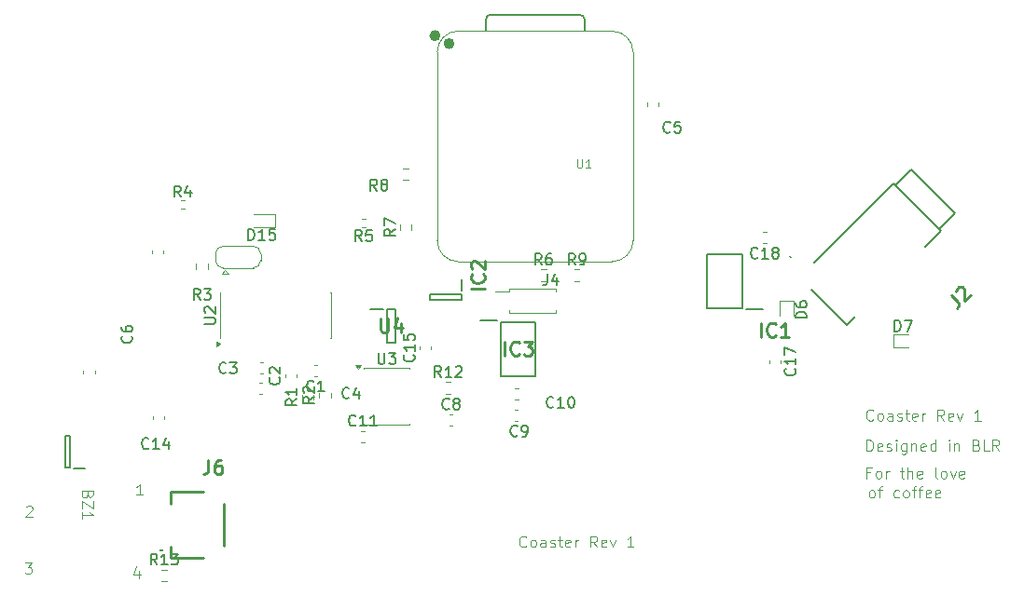
<source format=gbr>
%TF.GenerationSoftware,KiCad,Pcbnew,9.0.6-9.0.6~ubuntu24.04.1*%
%TF.CreationDate,2026-01-18T20:47:33+05:30*%
%TF.ProjectId,WeighingScalePCB,57656967-6869-46e6-9753-63616c655043,rev?*%
%TF.SameCoordinates,Original*%
%TF.FileFunction,Legend,Top*%
%TF.FilePolarity,Positive*%
%FSLAX46Y46*%
G04 Gerber Fmt 4.6, Leading zero omitted, Abs format (unit mm)*
G04 Created by KiCad (PCBNEW 9.0.6-9.0.6~ubuntu24.04.1) date 2026-01-18 20:47:33*
%MOMM*%
%LPD*%
G01*
G04 APERTURE LIST*
%ADD10C,0.100000*%
%ADD11C,0.150000*%
%ADD12C,0.254000*%
%ADD13C,0.106680*%
%ADD14C,0.120000*%
%ADD15C,0.200000*%
%ADD16C,0.127000*%
%ADD17C,0.504000*%
G04 APERTURE END LIST*
D10*
X146375312Y-83527180D02*
X146327693Y-83574800D01*
X146327693Y-83574800D02*
X146184836Y-83622419D01*
X146184836Y-83622419D02*
X146089598Y-83622419D01*
X146089598Y-83622419D02*
X145946741Y-83574800D01*
X145946741Y-83574800D02*
X145851503Y-83479561D01*
X145851503Y-83479561D02*
X145803884Y-83384323D01*
X145803884Y-83384323D02*
X145756265Y-83193847D01*
X145756265Y-83193847D02*
X145756265Y-83050990D01*
X145756265Y-83050990D02*
X145803884Y-82860514D01*
X145803884Y-82860514D02*
X145851503Y-82765276D01*
X145851503Y-82765276D02*
X145946741Y-82670038D01*
X145946741Y-82670038D02*
X146089598Y-82622419D01*
X146089598Y-82622419D02*
X146184836Y-82622419D01*
X146184836Y-82622419D02*
X146327693Y-82670038D01*
X146327693Y-82670038D02*
X146375312Y-82717657D01*
X146946741Y-83622419D02*
X146851503Y-83574800D01*
X146851503Y-83574800D02*
X146803884Y-83527180D01*
X146803884Y-83527180D02*
X146756265Y-83431942D01*
X146756265Y-83431942D02*
X146756265Y-83146228D01*
X146756265Y-83146228D02*
X146803884Y-83050990D01*
X146803884Y-83050990D02*
X146851503Y-83003371D01*
X146851503Y-83003371D02*
X146946741Y-82955752D01*
X146946741Y-82955752D02*
X147089598Y-82955752D01*
X147089598Y-82955752D02*
X147184836Y-83003371D01*
X147184836Y-83003371D02*
X147232455Y-83050990D01*
X147232455Y-83050990D02*
X147280074Y-83146228D01*
X147280074Y-83146228D02*
X147280074Y-83431942D01*
X147280074Y-83431942D02*
X147232455Y-83527180D01*
X147232455Y-83527180D02*
X147184836Y-83574800D01*
X147184836Y-83574800D02*
X147089598Y-83622419D01*
X147089598Y-83622419D02*
X146946741Y-83622419D01*
X148137217Y-83622419D02*
X148137217Y-83098609D01*
X148137217Y-83098609D02*
X148089598Y-83003371D01*
X148089598Y-83003371D02*
X147994360Y-82955752D01*
X147994360Y-82955752D02*
X147803884Y-82955752D01*
X147803884Y-82955752D02*
X147708646Y-83003371D01*
X148137217Y-83574800D02*
X148041979Y-83622419D01*
X148041979Y-83622419D02*
X147803884Y-83622419D01*
X147803884Y-83622419D02*
X147708646Y-83574800D01*
X147708646Y-83574800D02*
X147661027Y-83479561D01*
X147661027Y-83479561D02*
X147661027Y-83384323D01*
X147661027Y-83384323D02*
X147708646Y-83289085D01*
X147708646Y-83289085D02*
X147803884Y-83241466D01*
X147803884Y-83241466D02*
X148041979Y-83241466D01*
X148041979Y-83241466D02*
X148137217Y-83193847D01*
X148565789Y-83574800D02*
X148661027Y-83622419D01*
X148661027Y-83622419D02*
X148851503Y-83622419D01*
X148851503Y-83622419D02*
X148946741Y-83574800D01*
X148946741Y-83574800D02*
X148994360Y-83479561D01*
X148994360Y-83479561D02*
X148994360Y-83431942D01*
X148994360Y-83431942D02*
X148946741Y-83336704D01*
X148946741Y-83336704D02*
X148851503Y-83289085D01*
X148851503Y-83289085D02*
X148708646Y-83289085D01*
X148708646Y-83289085D02*
X148613408Y-83241466D01*
X148613408Y-83241466D02*
X148565789Y-83146228D01*
X148565789Y-83146228D02*
X148565789Y-83098609D01*
X148565789Y-83098609D02*
X148613408Y-83003371D01*
X148613408Y-83003371D02*
X148708646Y-82955752D01*
X148708646Y-82955752D02*
X148851503Y-82955752D01*
X148851503Y-82955752D02*
X148946741Y-83003371D01*
X149280075Y-82955752D02*
X149661027Y-82955752D01*
X149422932Y-82622419D02*
X149422932Y-83479561D01*
X149422932Y-83479561D02*
X149470551Y-83574800D01*
X149470551Y-83574800D02*
X149565789Y-83622419D01*
X149565789Y-83622419D02*
X149661027Y-83622419D01*
X150375313Y-83574800D02*
X150280075Y-83622419D01*
X150280075Y-83622419D02*
X150089599Y-83622419D01*
X150089599Y-83622419D02*
X149994361Y-83574800D01*
X149994361Y-83574800D02*
X149946742Y-83479561D01*
X149946742Y-83479561D02*
X149946742Y-83098609D01*
X149946742Y-83098609D02*
X149994361Y-83003371D01*
X149994361Y-83003371D02*
X150089599Y-82955752D01*
X150089599Y-82955752D02*
X150280075Y-82955752D01*
X150280075Y-82955752D02*
X150375313Y-83003371D01*
X150375313Y-83003371D02*
X150422932Y-83098609D01*
X150422932Y-83098609D02*
X150422932Y-83193847D01*
X150422932Y-83193847D02*
X149946742Y-83289085D01*
X150851504Y-83622419D02*
X150851504Y-82955752D01*
X150851504Y-83146228D02*
X150899123Y-83050990D01*
X150899123Y-83050990D02*
X150946742Y-83003371D01*
X150946742Y-83003371D02*
X151041980Y-82955752D01*
X151041980Y-82955752D02*
X151137218Y-82955752D01*
X152803885Y-83622419D02*
X152470552Y-83146228D01*
X152232457Y-83622419D02*
X152232457Y-82622419D01*
X152232457Y-82622419D02*
X152613409Y-82622419D01*
X152613409Y-82622419D02*
X152708647Y-82670038D01*
X152708647Y-82670038D02*
X152756266Y-82717657D01*
X152756266Y-82717657D02*
X152803885Y-82812895D01*
X152803885Y-82812895D02*
X152803885Y-82955752D01*
X152803885Y-82955752D02*
X152756266Y-83050990D01*
X152756266Y-83050990D02*
X152708647Y-83098609D01*
X152708647Y-83098609D02*
X152613409Y-83146228D01*
X152613409Y-83146228D02*
X152232457Y-83146228D01*
X153613409Y-83574800D02*
X153518171Y-83622419D01*
X153518171Y-83622419D02*
X153327695Y-83622419D01*
X153327695Y-83622419D02*
X153232457Y-83574800D01*
X153232457Y-83574800D02*
X153184838Y-83479561D01*
X153184838Y-83479561D02*
X153184838Y-83098609D01*
X153184838Y-83098609D02*
X153232457Y-83003371D01*
X153232457Y-83003371D02*
X153327695Y-82955752D01*
X153327695Y-82955752D02*
X153518171Y-82955752D01*
X153518171Y-82955752D02*
X153613409Y-83003371D01*
X153613409Y-83003371D02*
X153661028Y-83098609D01*
X153661028Y-83098609D02*
X153661028Y-83193847D01*
X153661028Y-83193847D02*
X153184838Y-83289085D01*
X153994362Y-82955752D02*
X154232457Y-83622419D01*
X154232457Y-83622419D02*
X154470552Y-82955752D01*
X156137219Y-83622419D02*
X155565791Y-83622419D01*
X155851505Y-83622419D02*
X155851505Y-82622419D01*
X155851505Y-82622419D02*
X155756267Y-82765276D01*
X155756267Y-82765276D02*
X155661029Y-82860514D01*
X155661029Y-82860514D02*
X155565791Y-82908133D01*
X177696741Y-79122419D02*
X177601503Y-79074800D01*
X177601503Y-79074800D02*
X177553884Y-79027180D01*
X177553884Y-79027180D02*
X177506265Y-78931942D01*
X177506265Y-78931942D02*
X177506265Y-78646228D01*
X177506265Y-78646228D02*
X177553884Y-78550990D01*
X177553884Y-78550990D02*
X177601503Y-78503371D01*
X177601503Y-78503371D02*
X177696741Y-78455752D01*
X177696741Y-78455752D02*
X177839598Y-78455752D01*
X177839598Y-78455752D02*
X177934836Y-78503371D01*
X177934836Y-78503371D02*
X177982455Y-78550990D01*
X177982455Y-78550990D02*
X178030074Y-78646228D01*
X178030074Y-78646228D02*
X178030074Y-78931942D01*
X178030074Y-78931942D02*
X177982455Y-79027180D01*
X177982455Y-79027180D02*
X177934836Y-79074800D01*
X177934836Y-79074800D02*
X177839598Y-79122419D01*
X177839598Y-79122419D02*
X177696741Y-79122419D01*
X178315789Y-78455752D02*
X178696741Y-78455752D01*
X178458646Y-79122419D02*
X178458646Y-78265276D01*
X178458646Y-78265276D02*
X178506265Y-78170038D01*
X178506265Y-78170038D02*
X178601503Y-78122419D01*
X178601503Y-78122419D02*
X178696741Y-78122419D01*
X180220551Y-79074800D02*
X180125313Y-79122419D01*
X180125313Y-79122419D02*
X179934837Y-79122419D01*
X179934837Y-79122419D02*
X179839599Y-79074800D01*
X179839599Y-79074800D02*
X179791980Y-79027180D01*
X179791980Y-79027180D02*
X179744361Y-78931942D01*
X179744361Y-78931942D02*
X179744361Y-78646228D01*
X179744361Y-78646228D02*
X179791980Y-78550990D01*
X179791980Y-78550990D02*
X179839599Y-78503371D01*
X179839599Y-78503371D02*
X179934837Y-78455752D01*
X179934837Y-78455752D02*
X180125313Y-78455752D01*
X180125313Y-78455752D02*
X180220551Y-78503371D01*
X180791980Y-79122419D02*
X180696742Y-79074800D01*
X180696742Y-79074800D02*
X180649123Y-79027180D01*
X180649123Y-79027180D02*
X180601504Y-78931942D01*
X180601504Y-78931942D02*
X180601504Y-78646228D01*
X180601504Y-78646228D02*
X180649123Y-78550990D01*
X180649123Y-78550990D02*
X180696742Y-78503371D01*
X180696742Y-78503371D02*
X180791980Y-78455752D01*
X180791980Y-78455752D02*
X180934837Y-78455752D01*
X180934837Y-78455752D02*
X181030075Y-78503371D01*
X181030075Y-78503371D02*
X181077694Y-78550990D01*
X181077694Y-78550990D02*
X181125313Y-78646228D01*
X181125313Y-78646228D02*
X181125313Y-78931942D01*
X181125313Y-78931942D02*
X181077694Y-79027180D01*
X181077694Y-79027180D02*
X181030075Y-79074800D01*
X181030075Y-79074800D02*
X180934837Y-79122419D01*
X180934837Y-79122419D02*
X180791980Y-79122419D01*
X181411028Y-78455752D02*
X181791980Y-78455752D01*
X181553885Y-79122419D02*
X181553885Y-78265276D01*
X181553885Y-78265276D02*
X181601504Y-78170038D01*
X181601504Y-78170038D02*
X181696742Y-78122419D01*
X181696742Y-78122419D02*
X181791980Y-78122419D01*
X181982457Y-78455752D02*
X182363409Y-78455752D01*
X182125314Y-79122419D02*
X182125314Y-78265276D01*
X182125314Y-78265276D02*
X182172933Y-78170038D01*
X182172933Y-78170038D02*
X182268171Y-78122419D01*
X182268171Y-78122419D02*
X182363409Y-78122419D01*
X183077695Y-79074800D02*
X182982457Y-79122419D01*
X182982457Y-79122419D02*
X182791981Y-79122419D01*
X182791981Y-79122419D02*
X182696743Y-79074800D01*
X182696743Y-79074800D02*
X182649124Y-78979561D01*
X182649124Y-78979561D02*
X182649124Y-78598609D01*
X182649124Y-78598609D02*
X182696743Y-78503371D01*
X182696743Y-78503371D02*
X182791981Y-78455752D01*
X182791981Y-78455752D02*
X182982457Y-78455752D01*
X182982457Y-78455752D02*
X183077695Y-78503371D01*
X183077695Y-78503371D02*
X183125314Y-78598609D01*
X183125314Y-78598609D02*
X183125314Y-78693847D01*
X183125314Y-78693847D02*
X182649124Y-78789085D01*
X183934838Y-79074800D02*
X183839600Y-79122419D01*
X183839600Y-79122419D02*
X183649124Y-79122419D01*
X183649124Y-79122419D02*
X183553886Y-79074800D01*
X183553886Y-79074800D02*
X183506267Y-78979561D01*
X183506267Y-78979561D02*
X183506267Y-78598609D01*
X183506267Y-78598609D02*
X183553886Y-78503371D01*
X183553886Y-78503371D02*
X183649124Y-78455752D01*
X183649124Y-78455752D02*
X183839600Y-78455752D01*
X183839600Y-78455752D02*
X183934838Y-78503371D01*
X183934838Y-78503371D02*
X183982457Y-78598609D01*
X183982457Y-78598609D02*
X183982457Y-78693847D01*
X183982457Y-78693847D02*
X183506267Y-78789085D01*
X177875312Y-72027180D02*
X177827693Y-72074800D01*
X177827693Y-72074800D02*
X177684836Y-72122419D01*
X177684836Y-72122419D02*
X177589598Y-72122419D01*
X177589598Y-72122419D02*
X177446741Y-72074800D01*
X177446741Y-72074800D02*
X177351503Y-71979561D01*
X177351503Y-71979561D02*
X177303884Y-71884323D01*
X177303884Y-71884323D02*
X177256265Y-71693847D01*
X177256265Y-71693847D02*
X177256265Y-71550990D01*
X177256265Y-71550990D02*
X177303884Y-71360514D01*
X177303884Y-71360514D02*
X177351503Y-71265276D01*
X177351503Y-71265276D02*
X177446741Y-71170038D01*
X177446741Y-71170038D02*
X177589598Y-71122419D01*
X177589598Y-71122419D02*
X177684836Y-71122419D01*
X177684836Y-71122419D02*
X177827693Y-71170038D01*
X177827693Y-71170038D02*
X177875312Y-71217657D01*
X178446741Y-72122419D02*
X178351503Y-72074800D01*
X178351503Y-72074800D02*
X178303884Y-72027180D01*
X178303884Y-72027180D02*
X178256265Y-71931942D01*
X178256265Y-71931942D02*
X178256265Y-71646228D01*
X178256265Y-71646228D02*
X178303884Y-71550990D01*
X178303884Y-71550990D02*
X178351503Y-71503371D01*
X178351503Y-71503371D02*
X178446741Y-71455752D01*
X178446741Y-71455752D02*
X178589598Y-71455752D01*
X178589598Y-71455752D02*
X178684836Y-71503371D01*
X178684836Y-71503371D02*
X178732455Y-71550990D01*
X178732455Y-71550990D02*
X178780074Y-71646228D01*
X178780074Y-71646228D02*
X178780074Y-71931942D01*
X178780074Y-71931942D02*
X178732455Y-72027180D01*
X178732455Y-72027180D02*
X178684836Y-72074800D01*
X178684836Y-72074800D02*
X178589598Y-72122419D01*
X178589598Y-72122419D02*
X178446741Y-72122419D01*
X179637217Y-72122419D02*
X179637217Y-71598609D01*
X179637217Y-71598609D02*
X179589598Y-71503371D01*
X179589598Y-71503371D02*
X179494360Y-71455752D01*
X179494360Y-71455752D02*
X179303884Y-71455752D01*
X179303884Y-71455752D02*
X179208646Y-71503371D01*
X179637217Y-72074800D02*
X179541979Y-72122419D01*
X179541979Y-72122419D02*
X179303884Y-72122419D01*
X179303884Y-72122419D02*
X179208646Y-72074800D01*
X179208646Y-72074800D02*
X179161027Y-71979561D01*
X179161027Y-71979561D02*
X179161027Y-71884323D01*
X179161027Y-71884323D02*
X179208646Y-71789085D01*
X179208646Y-71789085D02*
X179303884Y-71741466D01*
X179303884Y-71741466D02*
X179541979Y-71741466D01*
X179541979Y-71741466D02*
X179637217Y-71693847D01*
X180065789Y-72074800D02*
X180161027Y-72122419D01*
X180161027Y-72122419D02*
X180351503Y-72122419D01*
X180351503Y-72122419D02*
X180446741Y-72074800D01*
X180446741Y-72074800D02*
X180494360Y-71979561D01*
X180494360Y-71979561D02*
X180494360Y-71931942D01*
X180494360Y-71931942D02*
X180446741Y-71836704D01*
X180446741Y-71836704D02*
X180351503Y-71789085D01*
X180351503Y-71789085D02*
X180208646Y-71789085D01*
X180208646Y-71789085D02*
X180113408Y-71741466D01*
X180113408Y-71741466D02*
X180065789Y-71646228D01*
X180065789Y-71646228D02*
X180065789Y-71598609D01*
X180065789Y-71598609D02*
X180113408Y-71503371D01*
X180113408Y-71503371D02*
X180208646Y-71455752D01*
X180208646Y-71455752D02*
X180351503Y-71455752D01*
X180351503Y-71455752D02*
X180446741Y-71503371D01*
X180780075Y-71455752D02*
X181161027Y-71455752D01*
X180922932Y-71122419D02*
X180922932Y-71979561D01*
X180922932Y-71979561D02*
X180970551Y-72074800D01*
X180970551Y-72074800D02*
X181065789Y-72122419D01*
X181065789Y-72122419D02*
X181161027Y-72122419D01*
X181875313Y-72074800D02*
X181780075Y-72122419D01*
X181780075Y-72122419D02*
X181589599Y-72122419D01*
X181589599Y-72122419D02*
X181494361Y-72074800D01*
X181494361Y-72074800D02*
X181446742Y-71979561D01*
X181446742Y-71979561D02*
X181446742Y-71598609D01*
X181446742Y-71598609D02*
X181494361Y-71503371D01*
X181494361Y-71503371D02*
X181589599Y-71455752D01*
X181589599Y-71455752D02*
X181780075Y-71455752D01*
X181780075Y-71455752D02*
X181875313Y-71503371D01*
X181875313Y-71503371D02*
X181922932Y-71598609D01*
X181922932Y-71598609D02*
X181922932Y-71693847D01*
X181922932Y-71693847D02*
X181446742Y-71789085D01*
X182351504Y-72122419D02*
X182351504Y-71455752D01*
X182351504Y-71646228D02*
X182399123Y-71550990D01*
X182399123Y-71550990D02*
X182446742Y-71503371D01*
X182446742Y-71503371D02*
X182541980Y-71455752D01*
X182541980Y-71455752D02*
X182637218Y-71455752D01*
X184303885Y-72122419D02*
X183970552Y-71646228D01*
X183732457Y-72122419D02*
X183732457Y-71122419D01*
X183732457Y-71122419D02*
X184113409Y-71122419D01*
X184113409Y-71122419D02*
X184208647Y-71170038D01*
X184208647Y-71170038D02*
X184256266Y-71217657D01*
X184256266Y-71217657D02*
X184303885Y-71312895D01*
X184303885Y-71312895D02*
X184303885Y-71455752D01*
X184303885Y-71455752D02*
X184256266Y-71550990D01*
X184256266Y-71550990D02*
X184208647Y-71598609D01*
X184208647Y-71598609D02*
X184113409Y-71646228D01*
X184113409Y-71646228D02*
X183732457Y-71646228D01*
X185113409Y-72074800D02*
X185018171Y-72122419D01*
X185018171Y-72122419D02*
X184827695Y-72122419D01*
X184827695Y-72122419D02*
X184732457Y-72074800D01*
X184732457Y-72074800D02*
X184684838Y-71979561D01*
X184684838Y-71979561D02*
X184684838Y-71598609D01*
X184684838Y-71598609D02*
X184732457Y-71503371D01*
X184732457Y-71503371D02*
X184827695Y-71455752D01*
X184827695Y-71455752D02*
X185018171Y-71455752D01*
X185018171Y-71455752D02*
X185113409Y-71503371D01*
X185113409Y-71503371D02*
X185161028Y-71598609D01*
X185161028Y-71598609D02*
X185161028Y-71693847D01*
X185161028Y-71693847D02*
X184684838Y-71789085D01*
X185494362Y-71455752D02*
X185732457Y-72122419D01*
X185732457Y-72122419D02*
X185970552Y-71455752D01*
X187637219Y-72122419D02*
X187065791Y-72122419D01*
X187351505Y-72122419D02*
X187351505Y-71122419D01*
X187351505Y-71122419D02*
X187256267Y-71265276D01*
X187256267Y-71265276D02*
X187161029Y-71360514D01*
X187161029Y-71360514D02*
X187065791Y-71408133D01*
X177637217Y-76848609D02*
X177303884Y-76848609D01*
X177303884Y-77372419D02*
X177303884Y-76372419D01*
X177303884Y-76372419D02*
X177780074Y-76372419D01*
X178303884Y-77372419D02*
X178208646Y-77324800D01*
X178208646Y-77324800D02*
X178161027Y-77277180D01*
X178161027Y-77277180D02*
X178113408Y-77181942D01*
X178113408Y-77181942D02*
X178113408Y-76896228D01*
X178113408Y-76896228D02*
X178161027Y-76800990D01*
X178161027Y-76800990D02*
X178208646Y-76753371D01*
X178208646Y-76753371D02*
X178303884Y-76705752D01*
X178303884Y-76705752D02*
X178446741Y-76705752D01*
X178446741Y-76705752D02*
X178541979Y-76753371D01*
X178541979Y-76753371D02*
X178589598Y-76800990D01*
X178589598Y-76800990D02*
X178637217Y-76896228D01*
X178637217Y-76896228D02*
X178637217Y-77181942D01*
X178637217Y-77181942D02*
X178589598Y-77277180D01*
X178589598Y-77277180D02*
X178541979Y-77324800D01*
X178541979Y-77324800D02*
X178446741Y-77372419D01*
X178446741Y-77372419D02*
X178303884Y-77372419D01*
X179065789Y-77372419D02*
X179065789Y-76705752D01*
X179065789Y-76896228D02*
X179113408Y-76800990D01*
X179113408Y-76800990D02*
X179161027Y-76753371D01*
X179161027Y-76753371D02*
X179256265Y-76705752D01*
X179256265Y-76705752D02*
X179351503Y-76705752D01*
X180303885Y-76705752D02*
X180684837Y-76705752D01*
X180446742Y-76372419D02*
X180446742Y-77229561D01*
X180446742Y-77229561D02*
X180494361Y-77324800D01*
X180494361Y-77324800D02*
X180589599Y-77372419D01*
X180589599Y-77372419D02*
X180684837Y-77372419D01*
X181018171Y-77372419D02*
X181018171Y-76372419D01*
X181446742Y-77372419D02*
X181446742Y-76848609D01*
X181446742Y-76848609D02*
X181399123Y-76753371D01*
X181399123Y-76753371D02*
X181303885Y-76705752D01*
X181303885Y-76705752D02*
X181161028Y-76705752D01*
X181161028Y-76705752D02*
X181065790Y-76753371D01*
X181065790Y-76753371D02*
X181018171Y-76800990D01*
X182303885Y-77324800D02*
X182208647Y-77372419D01*
X182208647Y-77372419D02*
X182018171Y-77372419D01*
X182018171Y-77372419D02*
X181922933Y-77324800D01*
X181922933Y-77324800D02*
X181875314Y-77229561D01*
X181875314Y-77229561D02*
X181875314Y-76848609D01*
X181875314Y-76848609D02*
X181922933Y-76753371D01*
X181922933Y-76753371D02*
X182018171Y-76705752D01*
X182018171Y-76705752D02*
X182208647Y-76705752D01*
X182208647Y-76705752D02*
X182303885Y-76753371D01*
X182303885Y-76753371D02*
X182351504Y-76848609D01*
X182351504Y-76848609D02*
X182351504Y-76943847D01*
X182351504Y-76943847D02*
X181875314Y-77039085D01*
X183684838Y-77372419D02*
X183589600Y-77324800D01*
X183589600Y-77324800D02*
X183541981Y-77229561D01*
X183541981Y-77229561D02*
X183541981Y-76372419D01*
X184208648Y-77372419D02*
X184113410Y-77324800D01*
X184113410Y-77324800D02*
X184065791Y-77277180D01*
X184065791Y-77277180D02*
X184018172Y-77181942D01*
X184018172Y-77181942D02*
X184018172Y-76896228D01*
X184018172Y-76896228D02*
X184065791Y-76800990D01*
X184065791Y-76800990D02*
X184113410Y-76753371D01*
X184113410Y-76753371D02*
X184208648Y-76705752D01*
X184208648Y-76705752D02*
X184351505Y-76705752D01*
X184351505Y-76705752D02*
X184446743Y-76753371D01*
X184446743Y-76753371D02*
X184494362Y-76800990D01*
X184494362Y-76800990D02*
X184541981Y-76896228D01*
X184541981Y-76896228D02*
X184541981Y-77181942D01*
X184541981Y-77181942D02*
X184494362Y-77277180D01*
X184494362Y-77277180D02*
X184446743Y-77324800D01*
X184446743Y-77324800D02*
X184351505Y-77372419D01*
X184351505Y-77372419D02*
X184208648Y-77372419D01*
X184875315Y-76705752D02*
X185113410Y-77372419D01*
X185113410Y-77372419D02*
X185351505Y-76705752D01*
X186113410Y-77324800D02*
X186018172Y-77372419D01*
X186018172Y-77372419D02*
X185827696Y-77372419D01*
X185827696Y-77372419D02*
X185732458Y-77324800D01*
X185732458Y-77324800D02*
X185684839Y-77229561D01*
X185684839Y-77229561D02*
X185684839Y-76848609D01*
X185684839Y-76848609D02*
X185732458Y-76753371D01*
X185732458Y-76753371D02*
X185827696Y-76705752D01*
X185827696Y-76705752D02*
X186018172Y-76705752D01*
X186018172Y-76705752D02*
X186113410Y-76753371D01*
X186113410Y-76753371D02*
X186161029Y-76848609D01*
X186161029Y-76848609D02*
X186161029Y-76943847D01*
X186161029Y-76943847D02*
X185684839Y-77039085D01*
X177303884Y-74872419D02*
X177303884Y-73872419D01*
X177303884Y-73872419D02*
X177541979Y-73872419D01*
X177541979Y-73872419D02*
X177684836Y-73920038D01*
X177684836Y-73920038D02*
X177780074Y-74015276D01*
X177780074Y-74015276D02*
X177827693Y-74110514D01*
X177827693Y-74110514D02*
X177875312Y-74300990D01*
X177875312Y-74300990D02*
X177875312Y-74443847D01*
X177875312Y-74443847D02*
X177827693Y-74634323D01*
X177827693Y-74634323D02*
X177780074Y-74729561D01*
X177780074Y-74729561D02*
X177684836Y-74824800D01*
X177684836Y-74824800D02*
X177541979Y-74872419D01*
X177541979Y-74872419D02*
X177303884Y-74872419D01*
X178684836Y-74824800D02*
X178589598Y-74872419D01*
X178589598Y-74872419D02*
X178399122Y-74872419D01*
X178399122Y-74872419D02*
X178303884Y-74824800D01*
X178303884Y-74824800D02*
X178256265Y-74729561D01*
X178256265Y-74729561D02*
X178256265Y-74348609D01*
X178256265Y-74348609D02*
X178303884Y-74253371D01*
X178303884Y-74253371D02*
X178399122Y-74205752D01*
X178399122Y-74205752D02*
X178589598Y-74205752D01*
X178589598Y-74205752D02*
X178684836Y-74253371D01*
X178684836Y-74253371D02*
X178732455Y-74348609D01*
X178732455Y-74348609D02*
X178732455Y-74443847D01*
X178732455Y-74443847D02*
X178256265Y-74539085D01*
X179113408Y-74824800D02*
X179208646Y-74872419D01*
X179208646Y-74872419D02*
X179399122Y-74872419D01*
X179399122Y-74872419D02*
X179494360Y-74824800D01*
X179494360Y-74824800D02*
X179541979Y-74729561D01*
X179541979Y-74729561D02*
X179541979Y-74681942D01*
X179541979Y-74681942D02*
X179494360Y-74586704D01*
X179494360Y-74586704D02*
X179399122Y-74539085D01*
X179399122Y-74539085D02*
X179256265Y-74539085D01*
X179256265Y-74539085D02*
X179161027Y-74491466D01*
X179161027Y-74491466D02*
X179113408Y-74396228D01*
X179113408Y-74396228D02*
X179113408Y-74348609D01*
X179113408Y-74348609D02*
X179161027Y-74253371D01*
X179161027Y-74253371D02*
X179256265Y-74205752D01*
X179256265Y-74205752D02*
X179399122Y-74205752D01*
X179399122Y-74205752D02*
X179494360Y-74253371D01*
X179970551Y-74872419D02*
X179970551Y-74205752D01*
X179970551Y-73872419D02*
X179922932Y-73920038D01*
X179922932Y-73920038D02*
X179970551Y-73967657D01*
X179970551Y-73967657D02*
X180018170Y-73920038D01*
X180018170Y-73920038D02*
X179970551Y-73872419D01*
X179970551Y-73872419D02*
X179970551Y-73967657D01*
X180875312Y-74205752D02*
X180875312Y-75015276D01*
X180875312Y-75015276D02*
X180827693Y-75110514D01*
X180827693Y-75110514D02*
X180780074Y-75158133D01*
X180780074Y-75158133D02*
X180684836Y-75205752D01*
X180684836Y-75205752D02*
X180541979Y-75205752D01*
X180541979Y-75205752D02*
X180446741Y-75158133D01*
X180875312Y-74824800D02*
X180780074Y-74872419D01*
X180780074Y-74872419D02*
X180589598Y-74872419D01*
X180589598Y-74872419D02*
X180494360Y-74824800D01*
X180494360Y-74824800D02*
X180446741Y-74777180D01*
X180446741Y-74777180D02*
X180399122Y-74681942D01*
X180399122Y-74681942D02*
X180399122Y-74396228D01*
X180399122Y-74396228D02*
X180446741Y-74300990D01*
X180446741Y-74300990D02*
X180494360Y-74253371D01*
X180494360Y-74253371D02*
X180589598Y-74205752D01*
X180589598Y-74205752D02*
X180780074Y-74205752D01*
X180780074Y-74205752D02*
X180875312Y-74253371D01*
X181351503Y-74205752D02*
X181351503Y-74872419D01*
X181351503Y-74300990D02*
X181399122Y-74253371D01*
X181399122Y-74253371D02*
X181494360Y-74205752D01*
X181494360Y-74205752D02*
X181637217Y-74205752D01*
X181637217Y-74205752D02*
X181732455Y-74253371D01*
X181732455Y-74253371D02*
X181780074Y-74348609D01*
X181780074Y-74348609D02*
X181780074Y-74872419D01*
X182637217Y-74824800D02*
X182541979Y-74872419D01*
X182541979Y-74872419D02*
X182351503Y-74872419D01*
X182351503Y-74872419D02*
X182256265Y-74824800D01*
X182256265Y-74824800D02*
X182208646Y-74729561D01*
X182208646Y-74729561D02*
X182208646Y-74348609D01*
X182208646Y-74348609D02*
X182256265Y-74253371D01*
X182256265Y-74253371D02*
X182351503Y-74205752D01*
X182351503Y-74205752D02*
X182541979Y-74205752D01*
X182541979Y-74205752D02*
X182637217Y-74253371D01*
X182637217Y-74253371D02*
X182684836Y-74348609D01*
X182684836Y-74348609D02*
X182684836Y-74443847D01*
X182684836Y-74443847D02*
X182208646Y-74539085D01*
X183541979Y-74872419D02*
X183541979Y-73872419D01*
X183541979Y-74824800D02*
X183446741Y-74872419D01*
X183446741Y-74872419D02*
X183256265Y-74872419D01*
X183256265Y-74872419D02*
X183161027Y-74824800D01*
X183161027Y-74824800D02*
X183113408Y-74777180D01*
X183113408Y-74777180D02*
X183065789Y-74681942D01*
X183065789Y-74681942D02*
X183065789Y-74396228D01*
X183065789Y-74396228D02*
X183113408Y-74300990D01*
X183113408Y-74300990D02*
X183161027Y-74253371D01*
X183161027Y-74253371D02*
X183256265Y-74205752D01*
X183256265Y-74205752D02*
X183446741Y-74205752D01*
X183446741Y-74205752D02*
X183541979Y-74253371D01*
X184780075Y-74872419D02*
X184780075Y-74205752D01*
X184780075Y-73872419D02*
X184732456Y-73920038D01*
X184732456Y-73920038D02*
X184780075Y-73967657D01*
X184780075Y-73967657D02*
X184827694Y-73920038D01*
X184827694Y-73920038D02*
X184780075Y-73872419D01*
X184780075Y-73872419D02*
X184780075Y-73967657D01*
X185256265Y-74205752D02*
X185256265Y-74872419D01*
X185256265Y-74300990D02*
X185303884Y-74253371D01*
X185303884Y-74253371D02*
X185399122Y-74205752D01*
X185399122Y-74205752D02*
X185541979Y-74205752D01*
X185541979Y-74205752D02*
X185637217Y-74253371D01*
X185637217Y-74253371D02*
X185684836Y-74348609D01*
X185684836Y-74348609D02*
X185684836Y-74872419D01*
X187256265Y-74348609D02*
X187399122Y-74396228D01*
X187399122Y-74396228D02*
X187446741Y-74443847D01*
X187446741Y-74443847D02*
X187494360Y-74539085D01*
X187494360Y-74539085D02*
X187494360Y-74681942D01*
X187494360Y-74681942D02*
X187446741Y-74777180D01*
X187446741Y-74777180D02*
X187399122Y-74824800D01*
X187399122Y-74824800D02*
X187303884Y-74872419D01*
X187303884Y-74872419D02*
X186922932Y-74872419D01*
X186922932Y-74872419D02*
X186922932Y-73872419D01*
X186922932Y-73872419D02*
X187256265Y-73872419D01*
X187256265Y-73872419D02*
X187351503Y-73920038D01*
X187351503Y-73920038D02*
X187399122Y-73967657D01*
X187399122Y-73967657D02*
X187446741Y-74062895D01*
X187446741Y-74062895D02*
X187446741Y-74158133D01*
X187446741Y-74158133D02*
X187399122Y-74253371D01*
X187399122Y-74253371D02*
X187351503Y-74300990D01*
X187351503Y-74300990D02*
X187256265Y-74348609D01*
X187256265Y-74348609D02*
X186922932Y-74348609D01*
X188399122Y-74872419D02*
X187922932Y-74872419D01*
X187922932Y-74872419D02*
X187922932Y-73872419D01*
X189303884Y-74872419D02*
X188970551Y-74396228D01*
X188732456Y-74872419D02*
X188732456Y-73872419D01*
X188732456Y-73872419D02*
X189113408Y-73872419D01*
X189113408Y-73872419D02*
X189208646Y-73920038D01*
X189208646Y-73920038D02*
X189256265Y-73967657D01*
X189256265Y-73967657D02*
X189303884Y-74062895D01*
X189303884Y-74062895D02*
X189303884Y-74205752D01*
X189303884Y-74205752D02*
X189256265Y-74300990D01*
X189256265Y-74300990D02*
X189208646Y-74348609D01*
X189208646Y-74348609D02*
X189113408Y-74396228D01*
X189113408Y-74396228D02*
X188732456Y-74396228D01*
D11*
X170754580Y-67397857D02*
X170802200Y-67445476D01*
X170802200Y-67445476D02*
X170849819Y-67588333D01*
X170849819Y-67588333D02*
X170849819Y-67683571D01*
X170849819Y-67683571D02*
X170802200Y-67826428D01*
X170802200Y-67826428D02*
X170706961Y-67921666D01*
X170706961Y-67921666D02*
X170611723Y-67969285D01*
X170611723Y-67969285D02*
X170421247Y-68016904D01*
X170421247Y-68016904D02*
X170278390Y-68016904D01*
X170278390Y-68016904D02*
X170087914Y-67969285D01*
X170087914Y-67969285D02*
X169992676Y-67921666D01*
X169992676Y-67921666D02*
X169897438Y-67826428D01*
X169897438Y-67826428D02*
X169849819Y-67683571D01*
X169849819Y-67683571D02*
X169849819Y-67588333D01*
X169849819Y-67588333D02*
X169897438Y-67445476D01*
X169897438Y-67445476D02*
X169945057Y-67397857D01*
X170849819Y-66445476D02*
X170849819Y-67016904D01*
X170849819Y-66731190D02*
X169849819Y-66731190D01*
X169849819Y-66731190D02*
X169992676Y-66826428D01*
X169992676Y-66826428D02*
X170087914Y-66921666D01*
X170087914Y-66921666D02*
X170135533Y-67016904D01*
X169849819Y-66112142D02*
X169849819Y-65445476D01*
X169849819Y-65445476D02*
X170849819Y-65874047D01*
X148857142Y-70859580D02*
X148809523Y-70907200D01*
X148809523Y-70907200D02*
X148666666Y-70954819D01*
X148666666Y-70954819D02*
X148571428Y-70954819D01*
X148571428Y-70954819D02*
X148428571Y-70907200D01*
X148428571Y-70907200D02*
X148333333Y-70811961D01*
X148333333Y-70811961D02*
X148285714Y-70716723D01*
X148285714Y-70716723D02*
X148238095Y-70526247D01*
X148238095Y-70526247D02*
X148238095Y-70383390D01*
X148238095Y-70383390D02*
X148285714Y-70192914D01*
X148285714Y-70192914D02*
X148333333Y-70097676D01*
X148333333Y-70097676D02*
X148428571Y-70002438D01*
X148428571Y-70002438D02*
X148571428Y-69954819D01*
X148571428Y-69954819D02*
X148666666Y-69954819D01*
X148666666Y-69954819D02*
X148809523Y-70002438D01*
X148809523Y-70002438D02*
X148857142Y-70050057D01*
X149809523Y-70954819D02*
X149238095Y-70954819D01*
X149523809Y-70954819D02*
X149523809Y-69954819D01*
X149523809Y-69954819D02*
X149428571Y-70097676D01*
X149428571Y-70097676D02*
X149333333Y-70192914D01*
X149333333Y-70192914D02*
X149238095Y-70240533D01*
X150428571Y-69954819D02*
X150523809Y-69954819D01*
X150523809Y-69954819D02*
X150619047Y-70002438D01*
X150619047Y-70002438D02*
X150666666Y-70050057D01*
X150666666Y-70050057D02*
X150714285Y-70145295D01*
X150714285Y-70145295D02*
X150761904Y-70335771D01*
X150761904Y-70335771D02*
X150761904Y-70573866D01*
X150761904Y-70573866D02*
X150714285Y-70764342D01*
X150714285Y-70764342D02*
X150666666Y-70859580D01*
X150666666Y-70859580D02*
X150619047Y-70907200D01*
X150619047Y-70907200D02*
X150523809Y-70954819D01*
X150523809Y-70954819D02*
X150428571Y-70954819D01*
X150428571Y-70954819D02*
X150333333Y-70907200D01*
X150333333Y-70907200D02*
X150285714Y-70859580D01*
X150285714Y-70859580D02*
X150238095Y-70764342D01*
X150238095Y-70764342D02*
X150190476Y-70573866D01*
X150190476Y-70573866D02*
X150190476Y-70335771D01*
X150190476Y-70335771D02*
X150238095Y-70145295D01*
X150238095Y-70145295D02*
X150285714Y-70050057D01*
X150285714Y-70050057D02*
X150333333Y-70002438D01*
X150333333Y-70002438D02*
X150428571Y-69954819D01*
X127098333Y-69379580D02*
X127050714Y-69427200D01*
X127050714Y-69427200D02*
X126907857Y-69474819D01*
X126907857Y-69474819D02*
X126812619Y-69474819D01*
X126812619Y-69474819D02*
X126669762Y-69427200D01*
X126669762Y-69427200D02*
X126574524Y-69331961D01*
X126574524Y-69331961D02*
X126526905Y-69236723D01*
X126526905Y-69236723D02*
X126479286Y-69046247D01*
X126479286Y-69046247D02*
X126479286Y-68903390D01*
X126479286Y-68903390D02*
X126526905Y-68712914D01*
X126526905Y-68712914D02*
X126574524Y-68617676D01*
X126574524Y-68617676D02*
X126669762Y-68522438D01*
X126669762Y-68522438D02*
X126812619Y-68474819D01*
X126812619Y-68474819D02*
X126907857Y-68474819D01*
X126907857Y-68474819D02*
X127050714Y-68522438D01*
X127050714Y-68522438D02*
X127098333Y-68570057D01*
X128050714Y-69474819D02*
X127479286Y-69474819D01*
X127765000Y-69474819D02*
X127765000Y-68474819D01*
X127765000Y-68474819D02*
X127669762Y-68617676D01*
X127669762Y-68617676D02*
X127574524Y-68712914D01*
X127574524Y-68712914D02*
X127479286Y-68760533D01*
X171839819Y-62798094D02*
X170839819Y-62798094D01*
X170839819Y-62798094D02*
X170839819Y-62559999D01*
X170839819Y-62559999D02*
X170887438Y-62417142D01*
X170887438Y-62417142D02*
X170982676Y-62321904D01*
X170982676Y-62321904D02*
X171077914Y-62274285D01*
X171077914Y-62274285D02*
X171268390Y-62226666D01*
X171268390Y-62226666D02*
X171411247Y-62226666D01*
X171411247Y-62226666D02*
X171601723Y-62274285D01*
X171601723Y-62274285D02*
X171696961Y-62321904D01*
X171696961Y-62321904D02*
X171792200Y-62417142D01*
X171792200Y-62417142D02*
X171839819Y-62559999D01*
X171839819Y-62559999D02*
X171839819Y-62798094D01*
X170839819Y-61369523D02*
X170839819Y-61559999D01*
X170839819Y-61559999D02*
X170887438Y-61655237D01*
X170887438Y-61655237D02*
X170935057Y-61702856D01*
X170935057Y-61702856D02*
X171077914Y-61798094D01*
X171077914Y-61798094D02*
X171268390Y-61845713D01*
X171268390Y-61845713D02*
X171649342Y-61845713D01*
X171649342Y-61845713D02*
X171744580Y-61798094D01*
X171744580Y-61798094D02*
X171792200Y-61750475D01*
X171792200Y-61750475D02*
X171839819Y-61655237D01*
X171839819Y-61655237D02*
X171839819Y-61464761D01*
X171839819Y-61464761D02*
X171792200Y-61369523D01*
X171792200Y-61369523D02*
X171744580Y-61321904D01*
X171744580Y-61321904D02*
X171649342Y-61274285D01*
X171649342Y-61274285D02*
X171411247Y-61274285D01*
X171411247Y-61274285D02*
X171316009Y-61321904D01*
X171316009Y-61321904D02*
X171268390Y-61369523D01*
X171268390Y-61369523D02*
X171220771Y-61464761D01*
X171220771Y-61464761D02*
X171220771Y-61655237D01*
X171220771Y-61655237D02*
X171268390Y-61750475D01*
X171268390Y-61750475D02*
X171316009Y-61798094D01*
X171316009Y-61798094D02*
X171411247Y-61845713D01*
X139388333Y-71019580D02*
X139340714Y-71067200D01*
X139340714Y-71067200D02*
X139197857Y-71114819D01*
X139197857Y-71114819D02*
X139102619Y-71114819D01*
X139102619Y-71114819D02*
X138959762Y-71067200D01*
X138959762Y-71067200D02*
X138864524Y-70971961D01*
X138864524Y-70971961D02*
X138816905Y-70876723D01*
X138816905Y-70876723D02*
X138769286Y-70686247D01*
X138769286Y-70686247D02*
X138769286Y-70543390D01*
X138769286Y-70543390D02*
X138816905Y-70352914D01*
X138816905Y-70352914D02*
X138864524Y-70257676D01*
X138864524Y-70257676D02*
X138959762Y-70162438D01*
X138959762Y-70162438D02*
X139102619Y-70114819D01*
X139102619Y-70114819D02*
X139197857Y-70114819D01*
X139197857Y-70114819D02*
X139340714Y-70162438D01*
X139340714Y-70162438D02*
X139388333Y-70210057D01*
X139959762Y-70543390D02*
X139864524Y-70495771D01*
X139864524Y-70495771D02*
X139816905Y-70448152D01*
X139816905Y-70448152D02*
X139769286Y-70352914D01*
X139769286Y-70352914D02*
X139769286Y-70305295D01*
X139769286Y-70305295D02*
X139816905Y-70210057D01*
X139816905Y-70210057D02*
X139864524Y-70162438D01*
X139864524Y-70162438D02*
X139959762Y-70114819D01*
X139959762Y-70114819D02*
X140150238Y-70114819D01*
X140150238Y-70114819D02*
X140245476Y-70162438D01*
X140245476Y-70162438D02*
X140293095Y-70210057D01*
X140293095Y-70210057D02*
X140340714Y-70305295D01*
X140340714Y-70305295D02*
X140340714Y-70352914D01*
X140340714Y-70352914D02*
X140293095Y-70448152D01*
X140293095Y-70448152D02*
X140245476Y-70495771D01*
X140245476Y-70495771D02*
X140150238Y-70543390D01*
X140150238Y-70543390D02*
X139959762Y-70543390D01*
X139959762Y-70543390D02*
X139864524Y-70591009D01*
X139864524Y-70591009D02*
X139816905Y-70638628D01*
X139816905Y-70638628D02*
X139769286Y-70733866D01*
X139769286Y-70733866D02*
X139769286Y-70924342D01*
X139769286Y-70924342D02*
X139816905Y-71019580D01*
X139816905Y-71019580D02*
X139864524Y-71067200D01*
X139864524Y-71067200D02*
X139959762Y-71114819D01*
X139959762Y-71114819D02*
X140150238Y-71114819D01*
X140150238Y-71114819D02*
X140245476Y-71067200D01*
X140245476Y-71067200D02*
X140293095Y-71019580D01*
X140293095Y-71019580D02*
X140340714Y-70924342D01*
X140340714Y-70924342D02*
X140340714Y-70733866D01*
X140340714Y-70733866D02*
X140293095Y-70638628D01*
X140293095Y-70638628D02*
X140245476Y-70591009D01*
X140245476Y-70591009D02*
X140150238Y-70543390D01*
D12*
X142629318Y-60139762D02*
X141359318Y-60139762D01*
X142508365Y-58809285D02*
X142568842Y-58869761D01*
X142568842Y-58869761D02*
X142629318Y-59051190D01*
X142629318Y-59051190D02*
X142629318Y-59172142D01*
X142629318Y-59172142D02*
X142568842Y-59353571D01*
X142568842Y-59353571D02*
X142447889Y-59474523D01*
X142447889Y-59474523D02*
X142326937Y-59535000D01*
X142326937Y-59535000D02*
X142085032Y-59595476D01*
X142085032Y-59595476D02*
X141903603Y-59595476D01*
X141903603Y-59595476D02*
X141661699Y-59535000D01*
X141661699Y-59535000D02*
X141540746Y-59474523D01*
X141540746Y-59474523D02*
X141419794Y-59353571D01*
X141419794Y-59353571D02*
X141359318Y-59172142D01*
X141359318Y-59172142D02*
X141359318Y-59051190D01*
X141359318Y-59051190D02*
X141419794Y-58869761D01*
X141419794Y-58869761D02*
X141480270Y-58809285D01*
X141480270Y-58325476D02*
X141419794Y-58265000D01*
X141419794Y-58265000D02*
X141359318Y-58144047D01*
X141359318Y-58144047D02*
X141359318Y-57841666D01*
X141359318Y-57841666D02*
X141419794Y-57720714D01*
X141419794Y-57720714D02*
X141480270Y-57660238D01*
X141480270Y-57660238D02*
X141601222Y-57599761D01*
X141601222Y-57599761D02*
X141722175Y-57599761D01*
X141722175Y-57599761D02*
X141903603Y-57660238D01*
X141903603Y-57660238D02*
X142629318Y-58385952D01*
X142629318Y-58385952D02*
X142629318Y-57599761D01*
D11*
X148291666Y-58814819D02*
X148291666Y-59529104D01*
X148291666Y-59529104D02*
X148244047Y-59671961D01*
X148244047Y-59671961D02*
X148148809Y-59767200D01*
X148148809Y-59767200D02*
X148005952Y-59814819D01*
X148005952Y-59814819D02*
X147910714Y-59814819D01*
X149196428Y-59148152D02*
X149196428Y-59814819D01*
X148958333Y-58767200D02*
X148720238Y-59481485D01*
X148720238Y-59481485D02*
X149339285Y-59481485D01*
D13*
X151006450Y-48366391D02*
X151006450Y-48999698D01*
X151006450Y-48999698D02*
X151043704Y-49074204D01*
X151043704Y-49074204D02*
X151080957Y-49111458D01*
X151080957Y-49111458D02*
X151155464Y-49148711D01*
X151155464Y-49148711D02*
X151304477Y-49148711D01*
X151304477Y-49148711D02*
X151378984Y-49111458D01*
X151378984Y-49111458D02*
X151416237Y-49074204D01*
X151416237Y-49074204D02*
X151453490Y-48999698D01*
X151453490Y-48999698D02*
X151453490Y-48366391D01*
X152235810Y-49148711D02*
X151788770Y-49148711D01*
X152012290Y-49148711D02*
X152012290Y-48366391D01*
X152012290Y-48366391D02*
X151937783Y-48478151D01*
X151937783Y-48478151D02*
X151863277Y-48552658D01*
X151863277Y-48552658D02*
X151788770Y-48589911D01*
D12*
X184938358Y-60703614D02*
X185579804Y-61345061D01*
X185579804Y-61345061D02*
X185665331Y-61516113D01*
X185665331Y-61516113D02*
X185665331Y-61687166D01*
X185665331Y-61687166D02*
X185579804Y-61858218D01*
X185579804Y-61858218D02*
X185494278Y-61943744D01*
X185408752Y-60404272D02*
X185408752Y-60318746D01*
X185408752Y-60318746D02*
X185451515Y-60190456D01*
X185451515Y-60190456D02*
X185665331Y-59976641D01*
X185665331Y-59976641D02*
X185793620Y-59933878D01*
X185793620Y-59933878D02*
X185879146Y-59933878D01*
X185879146Y-59933878D02*
X186007436Y-59976641D01*
X186007436Y-59976641D02*
X186092962Y-60062167D01*
X186092962Y-60062167D02*
X186178488Y-60233219D01*
X186178488Y-60233219D02*
X186178488Y-61259534D01*
X186178488Y-61259534D02*
X186734409Y-60703614D01*
D11*
X138657142Y-68174819D02*
X138323809Y-67698628D01*
X138085714Y-68174819D02*
X138085714Y-67174819D01*
X138085714Y-67174819D02*
X138466666Y-67174819D01*
X138466666Y-67174819D02*
X138561904Y-67222438D01*
X138561904Y-67222438D02*
X138609523Y-67270057D01*
X138609523Y-67270057D02*
X138657142Y-67365295D01*
X138657142Y-67365295D02*
X138657142Y-67508152D01*
X138657142Y-67508152D02*
X138609523Y-67603390D01*
X138609523Y-67603390D02*
X138561904Y-67651009D01*
X138561904Y-67651009D02*
X138466666Y-67698628D01*
X138466666Y-67698628D02*
X138085714Y-67698628D01*
X139609523Y-68174819D02*
X139038095Y-68174819D01*
X139323809Y-68174819D02*
X139323809Y-67174819D01*
X139323809Y-67174819D02*
X139228571Y-67317676D01*
X139228571Y-67317676D02*
X139133333Y-67412914D01*
X139133333Y-67412914D02*
X139038095Y-67460533D01*
X139990476Y-67270057D02*
X140038095Y-67222438D01*
X140038095Y-67222438D02*
X140133333Y-67174819D01*
X140133333Y-67174819D02*
X140371428Y-67174819D01*
X140371428Y-67174819D02*
X140466666Y-67222438D01*
X140466666Y-67222438D02*
X140514285Y-67270057D01*
X140514285Y-67270057D02*
X140561904Y-67365295D01*
X140561904Y-67365295D02*
X140561904Y-67460533D01*
X140561904Y-67460533D02*
X140514285Y-67603390D01*
X140514285Y-67603390D02*
X139942857Y-68174819D01*
X139942857Y-68174819D02*
X140561904Y-68174819D01*
X132833333Y-51204819D02*
X132500000Y-50728628D01*
X132261905Y-51204819D02*
X132261905Y-50204819D01*
X132261905Y-50204819D02*
X132642857Y-50204819D01*
X132642857Y-50204819D02*
X132738095Y-50252438D01*
X132738095Y-50252438D02*
X132785714Y-50300057D01*
X132785714Y-50300057D02*
X132833333Y-50395295D01*
X132833333Y-50395295D02*
X132833333Y-50538152D01*
X132833333Y-50538152D02*
X132785714Y-50633390D01*
X132785714Y-50633390D02*
X132738095Y-50681009D01*
X132738095Y-50681009D02*
X132642857Y-50728628D01*
X132642857Y-50728628D02*
X132261905Y-50728628D01*
X133404762Y-50633390D02*
X133309524Y-50585771D01*
X133309524Y-50585771D02*
X133261905Y-50538152D01*
X133261905Y-50538152D02*
X133214286Y-50442914D01*
X133214286Y-50442914D02*
X133214286Y-50395295D01*
X133214286Y-50395295D02*
X133261905Y-50300057D01*
X133261905Y-50300057D02*
X133309524Y-50252438D01*
X133309524Y-50252438D02*
X133404762Y-50204819D01*
X133404762Y-50204819D02*
X133595238Y-50204819D01*
X133595238Y-50204819D02*
X133690476Y-50252438D01*
X133690476Y-50252438D02*
X133738095Y-50300057D01*
X133738095Y-50300057D02*
X133785714Y-50395295D01*
X133785714Y-50395295D02*
X133785714Y-50442914D01*
X133785714Y-50442914D02*
X133738095Y-50538152D01*
X133738095Y-50538152D02*
X133690476Y-50585771D01*
X133690476Y-50585771D02*
X133595238Y-50633390D01*
X133595238Y-50633390D02*
X133404762Y-50633390D01*
X133404762Y-50633390D02*
X133309524Y-50681009D01*
X133309524Y-50681009D02*
X133261905Y-50728628D01*
X133261905Y-50728628D02*
X133214286Y-50823866D01*
X133214286Y-50823866D02*
X133214286Y-51014342D01*
X133214286Y-51014342D02*
X133261905Y-51109580D01*
X133261905Y-51109580D02*
X133309524Y-51157200D01*
X133309524Y-51157200D02*
X133404762Y-51204819D01*
X133404762Y-51204819D02*
X133595238Y-51204819D01*
X133595238Y-51204819D02*
X133690476Y-51157200D01*
X133690476Y-51157200D02*
X133738095Y-51109580D01*
X133738095Y-51109580D02*
X133785714Y-51014342D01*
X133785714Y-51014342D02*
X133785714Y-50823866D01*
X133785714Y-50823866D02*
X133738095Y-50728628D01*
X133738095Y-50728628D02*
X133690476Y-50681009D01*
X133690476Y-50681009D02*
X133595238Y-50633390D01*
X147778333Y-57944819D02*
X147445000Y-57468628D01*
X147206905Y-57944819D02*
X147206905Y-56944819D01*
X147206905Y-56944819D02*
X147587857Y-56944819D01*
X147587857Y-56944819D02*
X147683095Y-56992438D01*
X147683095Y-56992438D02*
X147730714Y-57040057D01*
X147730714Y-57040057D02*
X147778333Y-57135295D01*
X147778333Y-57135295D02*
X147778333Y-57278152D01*
X147778333Y-57278152D02*
X147730714Y-57373390D01*
X147730714Y-57373390D02*
X147683095Y-57421009D01*
X147683095Y-57421009D02*
X147587857Y-57468628D01*
X147587857Y-57468628D02*
X147206905Y-57468628D01*
X148635476Y-56944819D02*
X148445000Y-56944819D01*
X148445000Y-56944819D02*
X148349762Y-56992438D01*
X148349762Y-56992438D02*
X148302143Y-57040057D01*
X148302143Y-57040057D02*
X148206905Y-57182914D01*
X148206905Y-57182914D02*
X148159286Y-57373390D01*
X148159286Y-57373390D02*
X148159286Y-57754342D01*
X148159286Y-57754342D02*
X148206905Y-57849580D01*
X148206905Y-57849580D02*
X148254524Y-57897200D01*
X148254524Y-57897200D02*
X148349762Y-57944819D01*
X148349762Y-57944819D02*
X148540238Y-57944819D01*
X148540238Y-57944819D02*
X148635476Y-57897200D01*
X148635476Y-57897200D02*
X148683095Y-57849580D01*
X148683095Y-57849580D02*
X148730714Y-57754342D01*
X148730714Y-57754342D02*
X148730714Y-57516247D01*
X148730714Y-57516247D02*
X148683095Y-57421009D01*
X148683095Y-57421009D02*
X148635476Y-57373390D01*
X148635476Y-57373390D02*
X148540238Y-57325771D01*
X148540238Y-57325771D02*
X148349762Y-57325771D01*
X148349762Y-57325771D02*
X148254524Y-57373390D01*
X148254524Y-57373390D02*
X148206905Y-57421009D01*
X148206905Y-57421009D02*
X148159286Y-57516247D01*
X123944580Y-68206666D02*
X123992200Y-68254285D01*
X123992200Y-68254285D02*
X124039819Y-68397142D01*
X124039819Y-68397142D02*
X124039819Y-68492380D01*
X124039819Y-68492380D02*
X123992200Y-68635237D01*
X123992200Y-68635237D02*
X123896961Y-68730475D01*
X123896961Y-68730475D02*
X123801723Y-68778094D01*
X123801723Y-68778094D02*
X123611247Y-68825713D01*
X123611247Y-68825713D02*
X123468390Y-68825713D01*
X123468390Y-68825713D02*
X123277914Y-68778094D01*
X123277914Y-68778094D02*
X123182676Y-68730475D01*
X123182676Y-68730475D02*
X123087438Y-68635237D01*
X123087438Y-68635237D02*
X123039819Y-68492380D01*
X123039819Y-68492380D02*
X123039819Y-68397142D01*
X123039819Y-68397142D02*
X123087438Y-68254285D01*
X123087438Y-68254285D02*
X123135057Y-68206666D01*
X123135057Y-67825713D02*
X123087438Y-67778094D01*
X123087438Y-67778094D02*
X123039819Y-67682856D01*
X123039819Y-67682856D02*
X123039819Y-67444761D01*
X123039819Y-67444761D02*
X123087438Y-67349523D01*
X123087438Y-67349523D02*
X123135057Y-67301904D01*
X123135057Y-67301904D02*
X123230295Y-67254285D01*
X123230295Y-67254285D02*
X123325533Y-67254285D01*
X123325533Y-67254285D02*
X123468390Y-67301904D01*
X123468390Y-67301904D02*
X124039819Y-67873332D01*
X124039819Y-67873332D02*
X124039819Y-67254285D01*
X112872142Y-85224819D02*
X112538809Y-84748628D01*
X112300714Y-85224819D02*
X112300714Y-84224819D01*
X112300714Y-84224819D02*
X112681666Y-84224819D01*
X112681666Y-84224819D02*
X112776904Y-84272438D01*
X112776904Y-84272438D02*
X112824523Y-84320057D01*
X112824523Y-84320057D02*
X112872142Y-84415295D01*
X112872142Y-84415295D02*
X112872142Y-84558152D01*
X112872142Y-84558152D02*
X112824523Y-84653390D01*
X112824523Y-84653390D02*
X112776904Y-84701009D01*
X112776904Y-84701009D02*
X112681666Y-84748628D01*
X112681666Y-84748628D02*
X112300714Y-84748628D01*
X113824523Y-85224819D02*
X113253095Y-85224819D01*
X113538809Y-85224819D02*
X113538809Y-84224819D01*
X113538809Y-84224819D02*
X113443571Y-84367676D01*
X113443571Y-84367676D02*
X113348333Y-84462914D01*
X113348333Y-84462914D02*
X113253095Y-84510533D01*
X114157857Y-84224819D02*
X114776904Y-84224819D01*
X114776904Y-84224819D02*
X114443571Y-84605771D01*
X114443571Y-84605771D02*
X114586428Y-84605771D01*
X114586428Y-84605771D02*
X114681666Y-84653390D01*
X114681666Y-84653390D02*
X114729285Y-84701009D01*
X114729285Y-84701009D02*
X114776904Y-84796247D01*
X114776904Y-84796247D02*
X114776904Y-85034342D01*
X114776904Y-85034342D02*
X114729285Y-85129580D01*
X114729285Y-85129580D02*
X114681666Y-85177200D01*
X114681666Y-85177200D02*
X114586428Y-85224819D01*
X114586428Y-85224819D02*
X114300714Y-85224819D01*
X114300714Y-85224819D02*
X114205476Y-85177200D01*
X114205476Y-85177200D02*
X114157857Y-85129580D01*
D12*
X133147380Y-62814318D02*
X133147380Y-63842413D01*
X133147380Y-63842413D02*
X133207857Y-63963365D01*
X133207857Y-63963365D02*
X133268333Y-64023842D01*
X133268333Y-64023842D02*
X133389285Y-64084318D01*
X133389285Y-64084318D02*
X133631190Y-64084318D01*
X133631190Y-64084318D02*
X133752142Y-64023842D01*
X133752142Y-64023842D02*
X133812619Y-63963365D01*
X133812619Y-63963365D02*
X133873095Y-63842413D01*
X133873095Y-63842413D02*
X133873095Y-62814318D01*
X135022142Y-63237651D02*
X135022142Y-64084318D01*
X134719761Y-62753842D02*
X134417380Y-63660984D01*
X134417380Y-63660984D02*
X135203571Y-63660984D01*
D11*
X130310833Y-70029580D02*
X130263214Y-70077200D01*
X130263214Y-70077200D02*
X130120357Y-70124819D01*
X130120357Y-70124819D02*
X130025119Y-70124819D01*
X130025119Y-70124819D02*
X129882262Y-70077200D01*
X129882262Y-70077200D02*
X129787024Y-69981961D01*
X129787024Y-69981961D02*
X129739405Y-69886723D01*
X129739405Y-69886723D02*
X129691786Y-69696247D01*
X129691786Y-69696247D02*
X129691786Y-69553390D01*
X129691786Y-69553390D02*
X129739405Y-69362914D01*
X129739405Y-69362914D02*
X129787024Y-69267676D01*
X129787024Y-69267676D02*
X129882262Y-69172438D01*
X129882262Y-69172438D02*
X130025119Y-69124819D01*
X130025119Y-69124819D02*
X130120357Y-69124819D01*
X130120357Y-69124819D02*
X130263214Y-69172438D01*
X130263214Y-69172438D02*
X130310833Y-69220057D01*
X131167976Y-69458152D02*
X131167976Y-70124819D01*
X130929881Y-69077200D02*
X130691786Y-69791485D01*
X130691786Y-69791485D02*
X131310833Y-69791485D01*
X150818333Y-57944819D02*
X150485000Y-57468628D01*
X150246905Y-57944819D02*
X150246905Y-56944819D01*
X150246905Y-56944819D02*
X150627857Y-56944819D01*
X150627857Y-56944819D02*
X150723095Y-56992438D01*
X150723095Y-56992438D02*
X150770714Y-57040057D01*
X150770714Y-57040057D02*
X150818333Y-57135295D01*
X150818333Y-57135295D02*
X150818333Y-57278152D01*
X150818333Y-57278152D02*
X150770714Y-57373390D01*
X150770714Y-57373390D02*
X150723095Y-57421009D01*
X150723095Y-57421009D02*
X150627857Y-57468628D01*
X150627857Y-57468628D02*
X150246905Y-57468628D01*
X151294524Y-57944819D02*
X151485000Y-57944819D01*
X151485000Y-57944819D02*
X151580238Y-57897200D01*
X151580238Y-57897200D02*
X151627857Y-57849580D01*
X151627857Y-57849580D02*
X151723095Y-57706723D01*
X151723095Y-57706723D02*
X151770714Y-57516247D01*
X151770714Y-57516247D02*
X151770714Y-57135295D01*
X151770714Y-57135295D02*
X151723095Y-57040057D01*
X151723095Y-57040057D02*
X151675476Y-56992438D01*
X151675476Y-56992438D02*
X151580238Y-56944819D01*
X151580238Y-56944819D02*
X151389762Y-56944819D01*
X151389762Y-56944819D02*
X151294524Y-56992438D01*
X151294524Y-56992438D02*
X151246905Y-57040057D01*
X151246905Y-57040057D02*
X151199286Y-57135295D01*
X151199286Y-57135295D02*
X151199286Y-57373390D01*
X151199286Y-57373390D02*
X151246905Y-57468628D01*
X151246905Y-57468628D02*
X151294524Y-57516247D01*
X151294524Y-57516247D02*
X151389762Y-57563866D01*
X151389762Y-57563866D02*
X151580238Y-57563866D01*
X151580238Y-57563866D02*
X151675476Y-57516247D01*
X151675476Y-57516247D02*
X151723095Y-57468628D01*
X151723095Y-57468628D02*
X151770714Y-57373390D01*
X127129819Y-69986666D02*
X126653628Y-70319999D01*
X127129819Y-70558094D02*
X126129819Y-70558094D01*
X126129819Y-70558094D02*
X126129819Y-70177142D01*
X126129819Y-70177142D02*
X126177438Y-70081904D01*
X126177438Y-70081904D02*
X126225057Y-70034285D01*
X126225057Y-70034285D02*
X126320295Y-69986666D01*
X126320295Y-69986666D02*
X126463152Y-69986666D01*
X126463152Y-69986666D02*
X126558390Y-70034285D01*
X126558390Y-70034285D02*
X126606009Y-70081904D01*
X126606009Y-70081904D02*
X126653628Y-70177142D01*
X126653628Y-70177142D02*
X126653628Y-70558094D01*
X126225057Y-69605713D02*
X126177438Y-69558094D01*
X126177438Y-69558094D02*
X126129819Y-69462856D01*
X126129819Y-69462856D02*
X126129819Y-69224761D01*
X126129819Y-69224761D02*
X126177438Y-69129523D01*
X126177438Y-69129523D02*
X126225057Y-69081904D01*
X126225057Y-69081904D02*
X126320295Y-69034285D01*
X126320295Y-69034285D02*
X126415533Y-69034285D01*
X126415533Y-69034285D02*
X126558390Y-69081904D01*
X126558390Y-69081904D02*
X127129819Y-69653332D01*
X127129819Y-69653332D02*
X127129819Y-69034285D01*
X125559819Y-70156666D02*
X125083628Y-70489999D01*
X125559819Y-70728094D02*
X124559819Y-70728094D01*
X124559819Y-70728094D02*
X124559819Y-70347142D01*
X124559819Y-70347142D02*
X124607438Y-70251904D01*
X124607438Y-70251904D02*
X124655057Y-70204285D01*
X124655057Y-70204285D02*
X124750295Y-70156666D01*
X124750295Y-70156666D02*
X124893152Y-70156666D01*
X124893152Y-70156666D02*
X124988390Y-70204285D01*
X124988390Y-70204285D02*
X125036009Y-70251904D01*
X125036009Y-70251904D02*
X125083628Y-70347142D01*
X125083628Y-70347142D02*
X125083628Y-70728094D01*
X125559819Y-69204285D02*
X125559819Y-69775713D01*
X125559819Y-69489999D02*
X124559819Y-69489999D01*
X124559819Y-69489999D02*
X124702676Y-69585237D01*
X124702676Y-69585237D02*
X124797914Y-69680475D01*
X124797914Y-69680475D02*
X124845533Y-69775713D01*
X136154580Y-66157857D02*
X136202200Y-66205476D01*
X136202200Y-66205476D02*
X136249819Y-66348333D01*
X136249819Y-66348333D02*
X136249819Y-66443571D01*
X136249819Y-66443571D02*
X136202200Y-66586428D01*
X136202200Y-66586428D02*
X136106961Y-66681666D01*
X136106961Y-66681666D02*
X136011723Y-66729285D01*
X136011723Y-66729285D02*
X135821247Y-66776904D01*
X135821247Y-66776904D02*
X135678390Y-66776904D01*
X135678390Y-66776904D02*
X135487914Y-66729285D01*
X135487914Y-66729285D02*
X135392676Y-66681666D01*
X135392676Y-66681666D02*
X135297438Y-66586428D01*
X135297438Y-66586428D02*
X135249819Y-66443571D01*
X135249819Y-66443571D02*
X135249819Y-66348333D01*
X135249819Y-66348333D02*
X135297438Y-66205476D01*
X135297438Y-66205476D02*
X135345057Y-66157857D01*
X136249819Y-65205476D02*
X136249819Y-65776904D01*
X136249819Y-65491190D02*
X135249819Y-65491190D01*
X135249819Y-65491190D02*
X135392676Y-65586428D01*
X135392676Y-65586428D02*
X135487914Y-65681666D01*
X135487914Y-65681666D02*
X135535533Y-65776904D01*
X135249819Y-64300714D02*
X135249819Y-64776904D01*
X135249819Y-64776904D02*
X135726009Y-64824523D01*
X135726009Y-64824523D02*
X135678390Y-64776904D01*
X135678390Y-64776904D02*
X135630771Y-64681666D01*
X135630771Y-64681666D02*
X135630771Y-64443571D01*
X135630771Y-64443571D02*
X135678390Y-64348333D01*
X135678390Y-64348333D02*
X135726009Y-64300714D01*
X135726009Y-64300714D02*
X135821247Y-64253095D01*
X135821247Y-64253095D02*
X136059342Y-64253095D01*
X136059342Y-64253095D02*
X136154580Y-64300714D01*
X136154580Y-64300714D02*
X136202200Y-64348333D01*
X136202200Y-64348333D02*
X136249819Y-64443571D01*
X136249819Y-64443571D02*
X136249819Y-64681666D01*
X136249819Y-64681666D02*
X136202200Y-64776904D01*
X136202200Y-64776904D02*
X136154580Y-64824523D01*
X115018333Y-51784819D02*
X114685000Y-51308628D01*
X114446905Y-51784819D02*
X114446905Y-50784819D01*
X114446905Y-50784819D02*
X114827857Y-50784819D01*
X114827857Y-50784819D02*
X114923095Y-50832438D01*
X114923095Y-50832438D02*
X114970714Y-50880057D01*
X114970714Y-50880057D02*
X115018333Y-50975295D01*
X115018333Y-50975295D02*
X115018333Y-51118152D01*
X115018333Y-51118152D02*
X114970714Y-51213390D01*
X114970714Y-51213390D02*
X114923095Y-51261009D01*
X114923095Y-51261009D02*
X114827857Y-51308628D01*
X114827857Y-51308628D02*
X114446905Y-51308628D01*
X115875476Y-51118152D02*
X115875476Y-51784819D01*
X115637381Y-50737200D02*
X115399286Y-51451485D01*
X115399286Y-51451485D02*
X116018333Y-51451485D01*
X130902142Y-72519580D02*
X130854523Y-72567200D01*
X130854523Y-72567200D02*
X130711666Y-72614819D01*
X130711666Y-72614819D02*
X130616428Y-72614819D01*
X130616428Y-72614819D02*
X130473571Y-72567200D01*
X130473571Y-72567200D02*
X130378333Y-72471961D01*
X130378333Y-72471961D02*
X130330714Y-72376723D01*
X130330714Y-72376723D02*
X130283095Y-72186247D01*
X130283095Y-72186247D02*
X130283095Y-72043390D01*
X130283095Y-72043390D02*
X130330714Y-71852914D01*
X130330714Y-71852914D02*
X130378333Y-71757676D01*
X130378333Y-71757676D02*
X130473571Y-71662438D01*
X130473571Y-71662438D02*
X130616428Y-71614819D01*
X130616428Y-71614819D02*
X130711666Y-71614819D01*
X130711666Y-71614819D02*
X130854523Y-71662438D01*
X130854523Y-71662438D02*
X130902142Y-71710057D01*
X131854523Y-72614819D02*
X131283095Y-72614819D01*
X131568809Y-72614819D02*
X131568809Y-71614819D01*
X131568809Y-71614819D02*
X131473571Y-71757676D01*
X131473571Y-71757676D02*
X131378333Y-71852914D01*
X131378333Y-71852914D02*
X131283095Y-71900533D01*
X132806904Y-72614819D02*
X132235476Y-72614819D01*
X132521190Y-72614819D02*
X132521190Y-71614819D01*
X132521190Y-71614819D02*
X132425952Y-71757676D01*
X132425952Y-71757676D02*
X132330714Y-71852914D01*
X132330714Y-71852914D02*
X132235476Y-71900533D01*
X110524580Y-64431666D02*
X110572200Y-64479285D01*
X110572200Y-64479285D02*
X110619819Y-64622142D01*
X110619819Y-64622142D02*
X110619819Y-64717380D01*
X110619819Y-64717380D02*
X110572200Y-64860237D01*
X110572200Y-64860237D02*
X110476961Y-64955475D01*
X110476961Y-64955475D02*
X110381723Y-65003094D01*
X110381723Y-65003094D02*
X110191247Y-65050713D01*
X110191247Y-65050713D02*
X110048390Y-65050713D01*
X110048390Y-65050713D02*
X109857914Y-65003094D01*
X109857914Y-65003094D02*
X109762676Y-64955475D01*
X109762676Y-64955475D02*
X109667438Y-64860237D01*
X109667438Y-64860237D02*
X109619819Y-64717380D01*
X109619819Y-64717380D02*
X109619819Y-64622142D01*
X109619819Y-64622142D02*
X109667438Y-64479285D01*
X109667438Y-64479285D02*
X109715057Y-64431666D01*
X109619819Y-63574523D02*
X109619819Y-63764999D01*
X109619819Y-63764999D02*
X109667438Y-63860237D01*
X109667438Y-63860237D02*
X109715057Y-63907856D01*
X109715057Y-63907856D02*
X109857914Y-64003094D01*
X109857914Y-64003094D02*
X110048390Y-64050713D01*
X110048390Y-64050713D02*
X110429342Y-64050713D01*
X110429342Y-64050713D02*
X110524580Y-64003094D01*
X110524580Y-64003094D02*
X110572200Y-63955475D01*
X110572200Y-63955475D02*
X110619819Y-63860237D01*
X110619819Y-63860237D02*
X110619819Y-63669761D01*
X110619819Y-63669761D02*
X110572200Y-63574523D01*
X110572200Y-63574523D02*
X110524580Y-63526904D01*
X110524580Y-63526904D02*
X110429342Y-63479285D01*
X110429342Y-63479285D02*
X110191247Y-63479285D01*
X110191247Y-63479285D02*
X110096009Y-63526904D01*
X110096009Y-63526904D02*
X110048390Y-63574523D01*
X110048390Y-63574523D02*
X110000771Y-63669761D01*
X110000771Y-63669761D02*
X110000771Y-63860237D01*
X110000771Y-63860237D02*
X110048390Y-63955475D01*
X110048390Y-63955475D02*
X110096009Y-64003094D01*
X110096009Y-64003094D02*
X110191247Y-64050713D01*
X179826905Y-64004819D02*
X179826905Y-63004819D01*
X179826905Y-63004819D02*
X180065000Y-63004819D01*
X180065000Y-63004819D02*
X180207857Y-63052438D01*
X180207857Y-63052438D02*
X180303095Y-63147676D01*
X180303095Y-63147676D02*
X180350714Y-63242914D01*
X180350714Y-63242914D02*
X180398333Y-63433390D01*
X180398333Y-63433390D02*
X180398333Y-63576247D01*
X180398333Y-63576247D02*
X180350714Y-63766723D01*
X180350714Y-63766723D02*
X180303095Y-63861961D01*
X180303095Y-63861961D02*
X180207857Y-63957200D01*
X180207857Y-63957200D02*
X180065000Y-64004819D01*
X180065000Y-64004819D02*
X179826905Y-64004819D01*
X180731667Y-63004819D02*
X181398333Y-63004819D01*
X181398333Y-63004819D02*
X180969762Y-64004819D01*
X131448333Y-55804819D02*
X131115000Y-55328628D01*
X130876905Y-55804819D02*
X130876905Y-54804819D01*
X130876905Y-54804819D02*
X131257857Y-54804819D01*
X131257857Y-54804819D02*
X131353095Y-54852438D01*
X131353095Y-54852438D02*
X131400714Y-54900057D01*
X131400714Y-54900057D02*
X131448333Y-54995295D01*
X131448333Y-54995295D02*
X131448333Y-55138152D01*
X131448333Y-55138152D02*
X131400714Y-55233390D01*
X131400714Y-55233390D02*
X131353095Y-55281009D01*
X131353095Y-55281009D02*
X131257857Y-55328628D01*
X131257857Y-55328628D02*
X130876905Y-55328628D01*
X132353095Y-54804819D02*
X131876905Y-54804819D01*
X131876905Y-54804819D02*
X131829286Y-55281009D01*
X131829286Y-55281009D02*
X131876905Y-55233390D01*
X131876905Y-55233390D02*
X131972143Y-55185771D01*
X131972143Y-55185771D02*
X132210238Y-55185771D01*
X132210238Y-55185771D02*
X132305476Y-55233390D01*
X132305476Y-55233390D02*
X132353095Y-55281009D01*
X132353095Y-55281009D02*
X132400714Y-55376247D01*
X132400714Y-55376247D02*
X132400714Y-55614342D01*
X132400714Y-55614342D02*
X132353095Y-55709580D01*
X132353095Y-55709580D02*
X132305476Y-55757200D01*
X132305476Y-55757200D02*
X132210238Y-55804819D01*
X132210238Y-55804819D02*
X131972143Y-55804819D01*
X131972143Y-55804819D02*
X131876905Y-55757200D01*
X131876905Y-55757200D02*
X131829286Y-55709580D01*
X132963095Y-65962319D02*
X132963095Y-66771842D01*
X132963095Y-66771842D02*
X133010714Y-66867080D01*
X133010714Y-66867080D02*
X133058333Y-66914700D01*
X133058333Y-66914700D02*
X133153571Y-66962319D01*
X133153571Y-66962319D02*
X133344047Y-66962319D01*
X133344047Y-66962319D02*
X133439285Y-66914700D01*
X133439285Y-66914700D02*
X133486904Y-66867080D01*
X133486904Y-66867080D02*
X133534523Y-66771842D01*
X133534523Y-66771842D02*
X133534523Y-65962319D01*
X133915476Y-65962319D02*
X134534523Y-65962319D01*
X134534523Y-65962319D02*
X134201190Y-66343271D01*
X134201190Y-66343271D02*
X134344047Y-66343271D01*
X134344047Y-66343271D02*
X134439285Y-66390890D01*
X134439285Y-66390890D02*
X134486904Y-66438509D01*
X134486904Y-66438509D02*
X134534523Y-66533747D01*
X134534523Y-66533747D02*
X134534523Y-66771842D01*
X134534523Y-66771842D02*
X134486904Y-66867080D01*
X134486904Y-66867080D02*
X134439285Y-66914700D01*
X134439285Y-66914700D02*
X134344047Y-66962319D01*
X134344047Y-66962319D02*
X134058333Y-66962319D01*
X134058333Y-66962319D02*
X133963095Y-66914700D01*
X133963095Y-66914700D02*
X133915476Y-66867080D01*
X112107142Y-74609580D02*
X112059523Y-74657200D01*
X112059523Y-74657200D02*
X111916666Y-74704819D01*
X111916666Y-74704819D02*
X111821428Y-74704819D01*
X111821428Y-74704819D02*
X111678571Y-74657200D01*
X111678571Y-74657200D02*
X111583333Y-74561961D01*
X111583333Y-74561961D02*
X111535714Y-74466723D01*
X111535714Y-74466723D02*
X111488095Y-74276247D01*
X111488095Y-74276247D02*
X111488095Y-74133390D01*
X111488095Y-74133390D02*
X111535714Y-73942914D01*
X111535714Y-73942914D02*
X111583333Y-73847676D01*
X111583333Y-73847676D02*
X111678571Y-73752438D01*
X111678571Y-73752438D02*
X111821428Y-73704819D01*
X111821428Y-73704819D02*
X111916666Y-73704819D01*
X111916666Y-73704819D02*
X112059523Y-73752438D01*
X112059523Y-73752438D02*
X112107142Y-73800057D01*
X113059523Y-74704819D02*
X112488095Y-74704819D01*
X112773809Y-74704819D02*
X112773809Y-73704819D01*
X112773809Y-73704819D02*
X112678571Y-73847676D01*
X112678571Y-73847676D02*
X112583333Y-73942914D01*
X112583333Y-73942914D02*
X112488095Y-73990533D01*
X113916666Y-74038152D02*
X113916666Y-74704819D01*
X113678571Y-73657200D02*
X113440476Y-74371485D01*
X113440476Y-74371485D02*
X114059523Y-74371485D01*
X116780833Y-61154819D02*
X116447500Y-60678628D01*
X116209405Y-61154819D02*
X116209405Y-60154819D01*
X116209405Y-60154819D02*
X116590357Y-60154819D01*
X116590357Y-60154819D02*
X116685595Y-60202438D01*
X116685595Y-60202438D02*
X116733214Y-60250057D01*
X116733214Y-60250057D02*
X116780833Y-60345295D01*
X116780833Y-60345295D02*
X116780833Y-60488152D01*
X116780833Y-60488152D02*
X116733214Y-60583390D01*
X116733214Y-60583390D02*
X116685595Y-60631009D01*
X116685595Y-60631009D02*
X116590357Y-60678628D01*
X116590357Y-60678628D02*
X116209405Y-60678628D01*
X117114167Y-60154819D02*
X117733214Y-60154819D01*
X117733214Y-60154819D02*
X117399881Y-60535771D01*
X117399881Y-60535771D02*
X117542738Y-60535771D01*
X117542738Y-60535771D02*
X117637976Y-60583390D01*
X117637976Y-60583390D02*
X117685595Y-60631009D01*
X117685595Y-60631009D02*
X117733214Y-60726247D01*
X117733214Y-60726247D02*
X117733214Y-60964342D01*
X117733214Y-60964342D02*
X117685595Y-61059580D01*
X117685595Y-61059580D02*
X117637976Y-61107200D01*
X117637976Y-61107200D02*
X117542738Y-61154819D01*
X117542738Y-61154819D02*
X117257024Y-61154819D01*
X117257024Y-61154819D02*
X117161786Y-61107200D01*
X117161786Y-61107200D02*
X117114167Y-61059580D01*
D12*
X117531667Y-75714318D02*
X117531667Y-76621461D01*
X117531667Y-76621461D02*
X117471190Y-76802889D01*
X117471190Y-76802889D02*
X117350238Y-76923842D01*
X117350238Y-76923842D02*
X117168809Y-76984318D01*
X117168809Y-76984318D02*
X117047857Y-76984318D01*
X118680714Y-75714318D02*
X118438809Y-75714318D01*
X118438809Y-75714318D02*
X118317857Y-75774794D01*
X118317857Y-75774794D02*
X118257381Y-75835270D01*
X118257381Y-75835270D02*
X118136428Y-76016699D01*
X118136428Y-76016699D02*
X118075952Y-76258603D01*
X118075952Y-76258603D02*
X118075952Y-76742413D01*
X118075952Y-76742413D02*
X118136428Y-76863365D01*
X118136428Y-76863365D02*
X118196905Y-76923842D01*
X118196905Y-76923842D02*
X118317857Y-76984318D01*
X118317857Y-76984318D02*
X118559762Y-76984318D01*
X118559762Y-76984318D02*
X118680714Y-76923842D01*
X118680714Y-76923842D02*
X118741190Y-76863365D01*
X118741190Y-76863365D02*
X118801667Y-76742413D01*
X118801667Y-76742413D02*
X118801667Y-76440032D01*
X118801667Y-76440032D02*
X118741190Y-76319080D01*
X118741190Y-76319080D02*
X118680714Y-76258603D01*
X118680714Y-76258603D02*
X118559762Y-76198127D01*
X118559762Y-76198127D02*
X118317857Y-76198127D01*
X118317857Y-76198127D02*
X118196905Y-76258603D01*
X118196905Y-76258603D02*
X118136428Y-76319080D01*
X118136428Y-76319080D02*
X118075952Y-76440032D01*
D11*
X159448333Y-45859580D02*
X159400714Y-45907200D01*
X159400714Y-45907200D02*
X159257857Y-45954819D01*
X159257857Y-45954819D02*
X159162619Y-45954819D01*
X159162619Y-45954819D02*
X159019762Y-45907200D01*
X159019762Y-45907200D02*
X158924524Y-45811961D01*
X158924524Y-45811961D02*
X158876905Y-45716723D01*
X158876905Y-45716723D02*
X158829286Y-45526247D01*
X158829286Y-45526247D02*
X158829286Y-45383390D01*
X158829286Y-45383390D02*
X158876905Y-45192914D01*
X158876905Y-45192914D02*
X158924524Y-45097676D01*
X158924524Y-45097676D02*
X159019762Y-45002438D01*
X159019762Y-45002438D02*
X159162619Y-44954819D01*
X159162619Y-44954819D02*
X159257857Y-44954819D01*
X159257857Y-44954819D02*
X159400714Y-45002438D01*
X159400714Y-45002438D02*
X159448333Y-45050057D01*
X160353095Y-44954819D02*
X159876905Y-44954819D01*
X159876905Y-44954819D02*
X159829286Y-45431009D01*
X159829286Y-45431009D02*
X159876905Y-45383390D01*
X159876905Y-45383390D02*
X159972143Y-45335771D01*
X159972143Y-45335771D02*
X160210238Y-45335771D01*
X160210238Y-45335771D02*
X160305476Y-45383390D01*
X160305476Y-45383390D02*
X160353095Y-45431009D01*
X160353095Y-45431009D02*
X160400714Y-45526247D01*
X160400714Y-45526247D02*
X160400714Y-45764342D01*
X160400714Y-45764342D02*
X160353095Y-45859580D01*
X160353095Y-45859580D02*
X160305476Y-45907200D01*
X160305476Y-45907200D02*
X160210238Y-45954819D01*
X160210238Y-45954819D02*
X159972143Y-45954819D01*
X159972143Y-45954819D02*
X159876905Y-45907200D01*
X159876905Y-45907200D02*
X159829286Y-45859580D01*
D12*
X144405237Y-66194318D02*
X144405237Y-64924318D01*
X145735714Y-66073365D02*
X145675238Y-66133842D01*
X145675238Y-66133842D02*
X145493809Y-66194318D01*
X145493809Y-66194318D02*
X145372857Y-66194318D01*
X145372857Y-66194318D02*
X145191428Y-66133842D01*
X145191428Y-66133842D02*
X145070476Y-66012889D01*
X145070476Y-66012889D02*
X145009999Y-65891937D01*
X145009999Y-65891937D02*
X144949523Y-65650032D01*
X144949523Y-65650032D02*
X144949523Y-65468603D01*
X144949523Y-65468603D02*
X145009999Y-65226699D01*
X145009999Y-65226699D02*
X145070476Y-65105746D01*
X145070476Y-65105746D02*
X145191428Y-64984794D01*
X145191428Y-64984794D02*
X145372857Y-64924318D01*
X145372857Y-64924318D02*
X145493809Y-64924318D01*
X145493809Y-64924318D02*
X145675238Y-64984794D01*
X145675238Y-64984794D02*
X145735714Y-65045270D01*
X146159047Y-64924318D02*
X146945238Y-64924318D01*
X146945238Y-64924318D02*
X146521904Y-65408127D01*
X146521904Y-65408127D02*
X146703333Y-65408127D01*
X146703333Y-65408127D02*
X146824285Y-65468603D01*
X146824285Y-65468603D02*
X146884761Y-65529080D01*
X146884761Y-65529080D02*
X146945238Y-65650032D01*
X146945238Y-65650032D02*
X146945238Y-65952413D01*
X146945238Y-65952413D02*
X146884761Y-66073365D01*
X146884761Y-66073365D02*
X146824285Y-66133842D01*
X146824285Y-66133842D02*
X146703333Y-66194318D01*
X146703333Y-66194318D02*
X146340476Y-66194318D01*
X146340476Y-66194318D02*
X146219523Y-66133842D01*
X146219523Y-66133842D02*
X146159047Y-66073365D01*
D11*
X121148214Y-55714819D02*
X121148214Y-54714819D01*
X121148214Y-54714819D02*
X121386309Y-54714819D01*
X121386309Y-54714819D02*
X121529166Y-54762438D01*
X121529166Y-54762438D02*
X121624404Y-54857676D01*
X121624404Y-54857676D02*
X121672023Y-54952914D01*
X121672023Y-54952914D02*
X121719642Y-55143390D01*
X121719642Y-55143390D02*
X121719642Y-55286247D01*
X121719642Y-55286247D02*
X121672023Y-55476723D01*
X121672023Y-55476723D02*
X121624404Y-55571961D01*
X121624404Y-55571961D02*
X121529166Y-55667200D01*
X121529166Y-55667200D02*
X121386309Y-55714819D01*
X121386309Y-55714819D02*
X121148214Y-55714819D01*
X122672023Y-55714819D02*
X122100595Y-55714819D01*
X122386309Y-55714819D02*
X122386309Y-54714819D01*
X122386309Y-54714819D02*
X122291071Y-54857676D01*
X122291071Y-54857676D02*
X122195833Y-54952914D01*
X122195833Y-54952914D02*
X122100595Y-55000533D01*
X123576785Y-54714819D02*
X123100595Y-54714819D01*
X123100595Y-54714819D02*
X123052976Y-55191009D01*
X123052976Y-55191009D02*
X123100595Y-55143390D01*
X123100595Y-55143390D02*
X123195833Y-55095771D01*
X123195833Y-55095771D02*
X123433928Y-55095771D01*
X123433928Y-55095771D02*
X123529166Y-55143390D01*
X123529166Y-55143390D02*
X123576785Y-55191009D01*
X123576785Y-55191009D02*
X123624404Y-55286247D01*
X123624404Y-55286247D02*
X123624404Y-55524342D01*
X123624404Y-55524342D02*
X123576785Y-55619580D01*
X123576785Y-55619580D02*
X123529166Y-55667200D01*
X123529166Y-55667200D02*
X123433928Y-55714819D01*
X123433928Y-55714819D02*
X123195833Y-55714819D01*
X123195833Y-55714819D02*
X123100595Y-55667200D01*
X123100595Y-55667200D02*
X123052976Y-55619580D01*
D10*
X106566390Y-78869047D02*
X106518771Y-79011904D01*
X106518771Y-79011904D02*
X106471152Y-79059523D01*
X106471152Y-79059523D02*
X106375914Y-79107142D01*
X106375914Y-79107142D02*
X106233057Y-79107142D01*
X106233057Y-79107142D02*
X106137819Y-79059523D01*
X106137819Y-79059523D02*
X106090200Y-79011904D01*
X106090200Y-79011904D02*
X106042580Y-78916666D01*
X106042580Y-78916666D02*
X106042580Y-78535714D01*
X106042580Y-78535714D02*
X107042580Y-78535714D01*
X107042580Y-78535714D02*
X107042580Y-78869047D01*
X107042580Y-78869047D02*
X106994961Y-78964285D01*
X106994961Y-78964285D02*
X106947342Y-79011904D01*
X106947342Y-79011904D02*
X106852104Y-79059523D01*
X106852104Y-79059523D02*
X106756866Y-79059523D01*
X106756866Y-79059523D02*
X106661628Y-79011904D01*
X106661628Y-79011904D02*
X106614009Y-78964285D01*
X106614009Y-78964285D02*
X106566390Y-78869047D01*
X106566390Y-78869047D02*
X106566390Y-78535714D01*
X107042580Y-79440476D02*
X107042580Y-80107142D01*
X107042580Y-80107142D02*
X106042580Y-79440476D01*
X106042580Y-79440476D02*
X106042580Y-80107142D01*
X106042580Y-81011904D02*
X106042580Y-80440476D01*
X106042580Y-80726190D02*
X107042580Y-80726190D01*
X107042580Y-80726190D02*
X106899723Y-80630952D01*
X106899723Y-80630952D02*
X106804485Y-80535714D01*
X106804485Y-80535714D02*
X106756866Y-80440476D01*
X100873646Y-85042419D02*
X101492693Y-85042419D01*
X101492693Y-85042419D02*
X101159360Y-85423371D01*
X101159360Y-85423371D02*
X101302217Y-85423371D01*
X101302217Y-85423371D02*
X101397455Y-85470990D01*
X101397455Y-85470990D02*
X101445074Y-85518609D01*
X101445074Y-85518609D02*
X101492693Y-85613847D01*
X101492693Y-85613847D02*
X101492693Y-85851942D01*
X101492693Y-85851942D02*
X101445074Y-85947180D01*
X101445074Y-85947180D02*
X101397455Y-85994800D01*
X101397455Y-85994800D02*
X101302217Y-86042419D01*
X101302217Y-86042419D02*
X101016503Y-86042419D01*
X101016503Y-86042419D02*
X100921265Y-85994800D01*
X100921265Y-85994800D02*
X100873646Y-85947180D01*
X100981265Y-79987657D02*
X101028884Y-79940038D01*
X101028884Y-79940038D02*
X101124122Y-79892419D01*
X101124122Y-79892419D02*
X101362217Y-79892419D01*
X101362217Y-79892419D02*
X101457455Y-79940038D01*
X101457455Y-79940038D02*
X101505074Y-79987657D01*
X101505074Y-79987657D02*
X101552693Y-80082895D01*
X101552693Y-80082895D02*
X101552693Y-80178133D01*
X101552693Y-80178133D02*
X101505074Y-80320990D01*
X101505074Y-80320990D02*
X100933646Y-80892419D01*
X100933646Y-80892419D02*
X101552693Y-80892419D01*
X111232455Y-85765752D02*
X111232455Y-86432419D01*
X110994360Y-85384800D02*
X110756265Y-86099085D01*
X110756265Y-86099085D02*
X111375312Y-86099085D01*
X111577693Y-78882419D02*
X111006265Y-78882419D01*
X111291979Y-78882419D02*
X111291979Y-77882419D01*
X111291979Y-77882419D02*
X111196741Y-78025276D01*
X111196741Y-78025276D02*
X111101503Y-78120514D01*
X111101503Y-78120514D02*
X111006265Y-78168133D01*
D11*
X117169819Y-63331904D02*
X117979342Y-63331904D01*
X117979342Y-63331904D02*
X118074580Y-63284285D01*
X118074580Y-63284285D02*
X118122200Y-63236666D01*
X118122200Y-63236666D02*
X118169819Y-63141428D01*
X118169819Y-63141428D02*
X118169819Y-62950952D01*
X118169819Y-62950952D02*
X118122200Y-62855714D01*
X118122200Y-62855714D02*
X118074580Y-62808095D01*
X118074580Y-62808095D02*
X117979342Y-62760476D01*
X117979342Y-62760476D02*
X117169819Y-62760476D01*
X117265057Y-62331904D02*
X117217438Y-62284285D01*
X117217438Y-62284285D02*
X117169819Y-62189047D01*
X117169819Y-62189047D02*
X117169819Y-61950952D01*
X117169819Y-61950952D02*
X117217438Y-61855714D01*
X117217438Y-61855714D02*
X117265057Y-61808095D01*
X117265057Y-61808095D02*
X117360295Y-61760476D01*
X117360295Y-61760476D02*
X117455533Y-61760476D01*
X117455533Y-61760476D02*
X117598390Y-61808095D01*
X117598390Y-61808095D02*
X118169819Y-62379523D01*
X118169819Y-62379523D02*
X118169819Y-61760476D01*
X145583333Y-73459580D02*
X145535714Y-73507200D01*
X145535714Y-73507200D02*
X145392857Y-73554819D01*
X145392857Y-73554819D02*
X145297619Y-73554819D01*
X145297619Y-73554819D02*
X145154762Y-73507200D01*
X145154762Y-73507200D02*
X145059524Y-73411961D01*
X145059524Y-73411961D02*
X145011905Y-73316723D01*
X145011905Y-73316723D02*
X144964286Y-73126247D01*
X144964286Y-73126247D02*
X144964286Y-72983390D01*
X144964286Y-72983390D02*
X145011905Y-72792914D01*
X145011905Y-72792914D02*
X145059524Y-72697676D01*
X145059524Y-72697676D02*
X145154762Y-72602438D01*
X145154762Y-72602438D02*
X145297619Y-72554819D01*
X145297619Y-72554819D02*
X145392857Y-72554819D01*
X145392857Y-72554819D02*
X145535714Y-72602438D01*
X145535714Y-72602438D02*
X145583333Y-72650057D01*
X146059524Y-73554819D02*
X146250000Y-73554819D01*
X146250000Y-73554819D02*
X146345238Y-73507200D01*
X146345238Y-73507200D02*
X146392857Y-73459580D01*
X146392857Y-73459580D02*
X146488095Y-73316723D01*
X146488095Y-73316723D02*
X146535714Y-73126247D01*
X146535714Y-73126247D02*
X146535714Y-72745295D01*
X146535714Y-72745295D02*
X146488095Y-72650057D01*
X146488095Y-72650057D02*
X146440476Y-72602438D01*
X146440476Y-72602438D02*
X146345238Y-72554819D01*
X146345238Y-72554819D02*
X146154762Y-72554819D01*
X146154762Y-72554819D02*
X146059524Y-72602438D01*
X146059524Y-72602438D02*
X146011905Y-72650057D01*
X146011905Y-72650057D02*
X145964286Y-72745295D01*
X145964286Y-72745295D02*
X145964286Y-72983390D01*
X145964286Y-72983390D02*
X146011905Y-73078628D01*
X146011905Y-73078628D02*
X146059524Y-73126247D01*
X146059524Y-73126247D02*
X146154762Y-73173866D01*
X146154762Y-73173866D02*
X146345238Y-73173866D01*
X146345238Y-73173866D02*
X146440476Y-73126247D01*
X146440476Y-73126247D02*
X146488095Y-73078628D01*
X146488095Y-73078628D02*
X146535714Y-72983390D01*
X167392142Y-57289580D02*
X167344523Y-57337200D01*
X167344523Y-57337200D02*
X167201666Y-57384819D01*
X167201666Y-57384819D02*
X167106428Y-57384819D01*
X167106428Y-57384819D02*
X166963571Y-57337200D01*
X166963571Y-57337200D02*
X166868333Y-57241961D01*
X166868333Y-57241961D02*
X166820714Y-57146723D01*
X166820714Y-57146723D02*
X166773095Y-56956247D01*
X166773095Y-56956247D02*
X166773095Y-56813390D01*
X166773095Y-56813390D02*
X166820714Y-56622914D01*
X166820714Y-56622914D02*
X166868333Y-56527676D01*
X166868333Y-56527676D02*
X166963571Y-56432438D01*
X166963571Y-56432438D02*
X167106428Y-56384819D01*
X167106428Y-56384819D02*
X167201666Y-56384819D01*
X167201666Y-56384819D02*
X167344523Y-56432438D01*
X167344523Y-56432438D02*
X167392142Y-56480057D01*
X168344523Y-57384819D02*
X167773095Y-57384819D01*
X168058809Y-57384819D02*
X168058809Y-56384819D01*
X168058809Y-56384819D02*
X167963571Y-56527676D01*
X167963571Y-56527676D02*
X167868333Y-56622914D01*
X167868333Y-56622914D02*
X167773095Y-56670533D01*
X168915952Y-56813390D02*
X168820714Y-56765771D01*
X168820714Y-56765771D02*
X168773095Y-56718152D01*
X168773095Y-56718152D02*
X168725476Y-56622914D01*
X168725476Y-56622914D02*
X168725476Y-56575295D01*
X168725476Y-56575295D02*
X168773095Y-56480057D01*
X168773095Y-56480057D02*
X168820714Y-56432438D01*
X168820714Y-56432438D02*
X168915952Y-56384819D01*
X168915952Y-56384819D02*
X169106428Y-56384819D01*
X169106428Y-56384819D02*
X169201666Y-56432438D01*
X169201666Y-56432438D02*
X169249285Y-56480057D01*
X169249285Y-56480057D02*
X169296904Y-56575295D01*
X169296904Y-56575295D02*
X169296904Y-56622914D01*
X169296904Y-56622914D02*
X169249285Y-56718152D01*
X169249285Y-56718152D02*
X169201666Y-56765771D01*
X169201666Y-56765771D02*
X169106428Y-56813390D01*
X169106428Y-56813390D02*
X168915952Y-56813390D01*
X168915952Y-56813390D02*
X168820714Y-56861009D01*
X168820714Y-56861009D02*
X168773095Y-56908628D01*
X168773095Y-56908628D02*
X168725476Y-57003866D01*
X168725476Y-57003866D02*
X168725476Y-57194342D01*
X168725476Y-57194342D02*
X168773095Y-57289580D01*
X168773095Y-57289580D02*
X168820714Y-57337200D01*
X168820714Y-57337200D02*
X168915952Y-57384819D01*
X168915952Y-57384819D02*
X169106428Y-57384819D01*
X169106428Y-57384819D02*
X169201666Y-57337200D01*
X169201666Y-57337200D02*
X169249285Y-57289580D01*
X169249285Y-57289580D02*
X169296904Y-57194342D01*
X169296904Y-57194342D02*
X169296904Y-57003866D01*
X169296904Y-57003866D02*
X169249285Y-56908628D01*
X169249285Y-56908628D02*
X169201666Y-56861009D01*
X169201666Y-56861009D02*
X169106428Y-56813390D01*
D12*
X167685237Y-64514318D02*
X167685237Y-63244318D01*
X169015714Y-64393365D02*
X168955238Y-64453842D01*
X168955238Y-64453842D02*
X168773809Y-64514318D01*
X168773809Y-64514318D02*
X168652857Y-64514318D01*
X168652857Y-64514318D02*
X168471428Y-64453842D01*
X168471428Y-64453842D02*
X168350476Y-64332889D01*
X168350476Y-64332889D02*
X168289999Y-64211937D01*
X168289999Y-64211937D02*
X168229523Y-63970032D01*
X168229523Y-63970032D02*
X168229523Y-63788603D01*
X168229523Y-63788603D02*
X168289999Y-63546699D01*
X168289999Y-63546699D02*
X168350476Y-63425746D01*
X168350476Y-63425746D02*
X168471428Y-63304794D01*
X168471428Y-63304794D02*
X168652857Y-63244318D01*
X168652857Y-63244318D02*
X168773809Y-63244318D01*
X168773809Y-63244318D02*
X168955238Y-63304794D01*
X168955238Y-63304794D02*
X169015714Y-63365270D01*
X170225238Y-64514318D02*
X169499523Y-64514318D01*
X169862380Y-64514318D02*
X169862380Y-63244318D01*
X169862380Y-63244318D02*
X169741428Y-63425746D01*
X169741428Y-63425746D02*
X169620476Y-63546699D01*
X169620476Y-63546699D02*
X169499523Y-63607175D01*
D11*
X134489819Y-54736666D02*
X134013628Y-55069999D01*
X134489819Y-55308094D02*
X133489819Y-55308094D01*
X133489819Y-55308094D02*
X133489819Y-54927142D01*
X133489819Y-54927142D02*
X133537438Y-54831904D01*
X133537438Y-54831904D02*
X133585057Y-54784285D01*
X133585057Y-54784285D02*
X133680295Y-54736666D01*
X133680295Y-54736666D02*
X133823152Y-54736666D01*
X133823152Y-54736666D02*
X133918390Y-54784285D01*
X133918390Y-54784285D02*
X133966009Y-54831904D01*
X133966009Y-54831904D02*
X134013628Y-54927142D01*
X134013628Y-54927142D02*
X134013628Y-55308094D01*
X133489819Y-54403332D02*
X133489819Y-53736666D01*
X133489819Y-53736666D02*
X134489819Y-54165237D01*
X119140833Y-67729580D02*
X119093214Y-67777200D01*
X119093214Y-67777200D02*
X118950357Y-67824819D01*
X118950357Y-67824819D02*
X118855119Y-67824819D01*
X118855119Y-67824819D02*
X118712262Y-67777200D01*
X118712262Y-67777200D02*
X118617024Y-67681961D01*
X118617024Y-67681961D02*
X118569405Y-67586723D01*
X118569405Y-67586723D02*
X118521786Y-67396247D01*
X118521786Y-67396247D02*
X118521786Y-67253390D01*
X118521786Y-67253390D02*
X118569405Y-67062914D01*
X118569405Y-67062914D02*
X118617024Y-66967676D01*
X118617024Y-66967676D02*
X118712262Y-66872438D01*
X118712262Y-66872438D02*
X118855119Y-66824819D01*
X118855119Y-66824819D02*
X118950357Y-66824819D01*
X118950357Y-66824819D02*
X119093214Y-66872438D01*
X119093214Y-66872438D02*
X119140833Y-66920057D01*
X119474167Y-66824819D02*
X120093214Y-66824819D01*
X120093214Y-66824819D02*
X119759881Y-67205771D01*
X119759881Y-67205771D02*
X119902738Y-67205771D01*
X119902738Y-67205771D02*
X119997976Y-67253390D01*
X119997976Y-67253390D02*
X120045595Y-67301009D01*
X120045595Y-67301009D02*
X120093214Y-67396247D01*
X120093214Y-67396247D02*
X120093214Y-67634342D01*
X120093214Y-67634342D02*
X120045595Y-67729580D01*
X120045595Y-67729580D02*
X119997976Y-67777200D01*
X119997976Y-67777200D02*
X119902738Y-67824819D01*
X119902738Y-67824819D02*
X119617024Y-67824819D01*
X119617024Y-67824819D02*
X119521786Y-67777200D01*
X119521786Y-67777200D02*
X119474167Y-67729580D01*
D14*
%TO.C,C17*%
X168455000Y-66614420D02*
X168455000Y-66895580D01*
X169475000Y-66614420D02*
X169475000Y-66895580D01*
%TO.C,C10*%
X145369420Y-69170000D02*
X145650580Y-69170000D01*
X145369420Y-70190000D02*
X145650580Y-70190000D01*
%TO.C,C1*%
X127405580Y-67080000D02*
X127124420Y-67080000D01*
X127405580Y-68100000D02*
X127124420Y-68100000D01*
%TO.C,D6*%
X169425000Y-61250000D02*
X169425000Y-62560000D01*
X170645000Y-61250000D02*
X169425000Y-61250000D01*
X170645000Y-61250000D02*
X170645000Y-62560000D01*
%TO.C,C8*%
X139414420Y-71580000D02*
X139695580Y-71580000D01*
X139414420Y-72600000D02*
X139695580Y-72600000D01*
D15*
%TO.C,IC2*%
X137605000Y-60675000D02*
X140505000Y-60675000D01*
X137605000Y-61125000D02*
X137605000Y-60675000D01*
X140505000Y-60675000D02*
X140505000Y-61125000D01*
X140505000Y-61125000D02*
X137605000Y-61125000D01*
X140555000Y-59275000D02*
X140555000Y-60325000D01*
D14*
%TO.C,J4*%
X143610000Y-60430000D02*
X144815000Y-60430000D01*
X144815000Y-60130000D02*
X144815000Y-60430000D01*
X144815000Y-60130000D02*
X149035000Y-60130000D01*
X144815000Y-62050000D02*
X144815000Y-62350000D01*
X144815000Y-62350000D02*
X149035000Y-62350000D01*
X149035000Y-60130000D02*
X149035000Y-60430000D01*
X149035000Y-62050000D02*
X149035000Y-62350000D01*
D10*
%TO.C,U1*%
X138305000Y-55763000D02*
X138305000Y-38618000D01*
X140210000Y-57668000D02*
X154180000Y-57668000D01*
D16*
X142700000Y-36713000D02*
X142703728Y-35702728D01*
X143203728Y-35203000D02*
X151199000Y-35203000D01*
X151699000Y-35703000D02*
X151699000Y-36713000D01*
D10*
X154180000Y-36713000D02*
X140210000Y-36713000D01*
X156085000Y-55763000D02*
X156085000Y-38618000D01*
X138305000Y-38614000D02*
G75*
G02*
X140210000Y-36709000I1905001J-1D01*
G01*
X140210000Y-57668000D02*
G75*
G02*
X138305000Y-55763000I1J1905001D01*
G01*
D16*
X142703728Y-35702728D02*
G75*
G02*
X143203728Y-35203001I500018J-291D01*
G01*
X151199000Y-35203000D02*
G75*
G02*
X151699000Y-35703000I0J-500000D01*
G01*
D10*
X154180000Y-36713000D02*
G75*
G02*
X156085000Y-38618000I0J-1905000D01*
G01*
X156085000Y-55763000D02*
G75*
G02*
X154180000Y-57668000I-1905000J0D01*
G01*
D17*
X138347000Y-37129000D02*
G75*
G02*
X137843000Y-37129000I-252000J0D01*
G01*
X137843000Y-37129000D02*
G75*
G02*
X138347000Y-37129000I252000J0D01*
G01*
X139621000Y-37846000D02*
G75*
G02*
X139117000Y-37846000I-252000J0D01*
G01*
X139117000Y-37846000D02*
G75*
G02*
X139621000Y-37846000I252000J0D01*
G01*
D10*
%TO.C,J2*%
X170314693Y-57219239D02*
X170314693Y-57219239D01*
X170385404Y-57289949D02*
X170385404Y-57289949D01*
D15*
X175511928Y-63406423D02*
X172259237Y-60224443D01*
X176219035Y-62699316D02*
X175511928Y-63406423D01*
X179754569Y-50607790D02*
X172506724Y-57784924D01*
X181310204Y-49334998D02*
X179895990Y-50749212D01*
X182582996Y-56335355D02*
X184032565Y-54885786D01*
X183855788Y-54709010D02*
X185270002Y-53294796D01*
X184032565Y-54885786D02*
X179754569Y-50607790D01*
X185270002Y-53294796D02*
X181310204Y-49334998D01*
D10*
X170314693Y-57219239D02*
G75*
G02*
X170385405Y-57289950I35356J-35355D01*
G01*
X170385404Y-57289949D02*
G75*
G02*
X170314694Y-57219239I-35355J35355D01*
G01*
D14*
%TO.C,R12*%
X139062742Y-68627500D02*
X139537258Y-68627500D01*
X139062742Y-69672500D02*
X139537258Y-69672500D01*
%TO.C,R8*%
X135182742Y-49177500D02*
X135657258Y-49177500D01*
X135182742Y-50222500D02*
X135657258Y-50222500D01*
%TO.C,R6*%
X147707742Y-58397500D02*
X148182258Y-58397500D01*
X147707742Y-59442500D02*
X148182258Y-59442500D01*
%TO.C,JP3*%
X118177500Y-57560000D02*
X118177500Y-56960000D01*
X118727500Y-58760000D02*
X119327500Y-58760000D01*
X118827500Y-56260000D02*
X121627500Y-56260000D01*
X119027500Y-58460000D02*
X118727500Y-58760000D01*
X119027500Y-58460000D02*
X119327500Y-58760000D01*
X121627500Y-58260000D02*
X118827500Y-58260000D01*
X122277500Y-56960000D02*
X122277500Y-57560000D01*
X118177500Y-56960000D02*
G75*
G02*
X118877500Y-56260000I699999J1D01*
G01*
X118877500Y-58260000D02*
G75*
G02*
X118177500Y-57560000I-1J699999D01*
G01*
X121577500Y-56260000D02*
G75*
G02*
X122277500Y-56960000I0J-700000D01*
G01*
X122277500Y-57560000D02*
G75*
G02*
X121577500Y-58260000I-700000J0D01*
G01*
%TO.C,C2*%
X124505000Y-68180580D02*
X124505000Y-67899420D01*
X125525000Y-68180580D02*
X125525000Y-67899420D01*
%TO.C,R13*%
X113277742Y-85677500D02*
X113752258Y-85677500D01*
X113277742Y-86722500D02*
X113752258Y-86722500D01*
D15*
%TO.C,U4*%
X132240000Y-62010000D02*
X133390000Y-62010000D01*
X133740000Y-62010000D02*
X134490000Y-62010000D01*
X133740000Y-65010000D02*
X133740000Y-62010000D01*
X134490000Y-62010000D02*
X134490000Y-65010000D01*
X134490000Y-65010000D02*
X133740000Y-65010000D01*
D14*
%TO.C,C4*%
X122438080Y-68670000D02*
X122156920Y-68670000D01*
X122438080Y-69690000D02*
X122156920Y-69690000D01*
%TO.C,R9*%
X150747742Y-58397500D02*
X151222258Y-58397500D01*
X150747742Y-59442500D02*
X151222258Y-59442500D01*
%TO.C,R2*%
X127582500Y-70057258D02*
X127582500Y-69582742D01*
X128627500Y-70057258D02*
X128627500Y-69582742D01*
%TO.C,R1*%
X126012500Y-70227258D02*
X126012500Y-69752742D01*
X127057500Y-70227258D02*
X127057500Y-69752742D01*
%TO.C,C15*%
X136715000Y-65655580D02*
X136715000Y-65374420D01*
X137735000Y-65655580D02*
X137735000Y-65374420D01*
D15*
%TO.C,Q5*%
X104500000Y-73500000D02*
X104950000Y-73500000D01*
X104500000Y-76400000D02*
X104500000Y-73500000D01*
X104950000Y-73500000D02*
X104950000Y-76400000D01*
X104950000Y-76400000D02*
X104500000Y-76400000D01*
X106350000Y-76450000D02*
X105300000Y-76450000D01*
D14*
%TO.C,R4*%
X115031359Y-52120000D02*
X115338641Y-52120000D01*
X115031359Y-52880000D02*
X115338641Y-52880000D01*
%TO.C,C11*%
X131404420Y-73080000D02*
X131685580Y-73080000D01*
X131404420Y-74100000D02*
X131685580Y-74100000D01*
%TO.C,C6*%
X106185000Y-67880580D02*
X106185000Y-67599420D01*
X107205000Y-67880580D02*
X107205000Y-67599420D01*
%TO.C,D7*%
X179755000Y-64290000D02*
X179755000Y-65510000D01*
X179755000Y-64290000D02*
X181065000Y-64290000D01*
X179755000Y-65510000D02*
X181065000Y-65510000D01*
%TO.C,R5*%
X131768641Y-53800000D02*
X131461359Y-53800000D01*
X131768641Y-54560000D02*
X131461359Y-54560000D01*
%TO.C,U3*%
X131665000Y-67347500D02*
X135785000Y-67347500D01*
X131665000Y-67442500D02*
X131665000Y-67347500D01*
X131665000Y-72467500D02*
X131665000Y-72372500D01*
X135785000Y-67347500D02*
X135785000Y-67442500D01*
X135785000Y-72372500D02*
X135785000Y-72467500D01*
X135785000Y-72467500D02*
X131665000Y-72467500D01*
X131125000Y-67437500D02*
X130885000Y-67107500D01*
X131365000Y-67107500D01*
X131125000Y-67437500D01*
G36*
X131125000Y-67437500D02*
G01*
X130885000Y-67107500D01*
X131365000Y-67107500D01*
X131125000Y-67437500D01*
G37*
%TO.C,C14*%
X112455000Y-72010580D02*
X112455000Y-71729420D01*
X113475000Y-72010580D02*
X113475000Y-71729420D01*
%TO.C,R3*%
X116425000Y-57872742D02*
X116425000Y-58347258D01*
X117470000Y-57872742D02*
X117470000Y-58347258D01*
D12*
%TO.C,J6*%
X114074685Y-78630000D02*
X114074685Y-79693000D01*
X114074685Y-78630000D02*
X117054685Y-78630000D01*
X114074685Y-84630000D02*
X114074685Y-83601000D01*
X114074685Y-84630000D02*
X117054685Y-84630000D01*
X118924685Y-83536000D02*
X118924685Y-79727000D01*
X113343055Y-83928000D02*
G75*
G02*
X113222315Y-83928000I-60370J0D01*
G01*
X113222315Y-83928000D02*
G75*
G02*
X113343055Y-83928000I60370J0D01*
G01*
D14*
%TO.C,C5*%
X157365000Y-43515580D02*
X157365000Y-43234420D01*
X158385000Y-43515580D02*
X158385000Y-43234420D01*
D15*
%TO.C,IC3*%
X142195000Y-63040000D02*
X143695000Y-63040000D01*
X144045000Y-63170000D02*
X147245000Y-63170000D01*
X144045000Y-68070000D02*
X144045000Y-63170000D01*
X147245000Y-63170000D02*
X147245000Y-68070000D01*
X147245000Y-68070000D02*
X144045000Y-68070000D01*
D14*
%TO.C,D15*%
X121662500Y-53360000D02*
X123622500Y-53360000D01*
X121662500Y-54560000D02*
X123622500Y-54560000D01*
X123622500Y-54560000D02*
X123622500Y-53360000D01*
%TO.C,U2*%
X118555000Y-60510000D02*
X118610000Y-60510000D01*
X118555000Y-64630000D02*
X118555000Y-60510000D01*
X118610000Y-64630000D02*
X118555000Y-64630000D01*
X128620000Y-60510000D02*
X128675000Y-60510000D01*
X128675000Y-60510000D02*
X128675000Y-64630000D01*
X128675000Y-64630000D02*
X128620000Y-64630000D01*
X118605000Y-65170000D02*
X118275000Y-65410000D01*
X118275000Y-64930000D01*
X118605000Y-65170000D01*
G36*
X118605000Y-65170000D02*
G01*
X118275000Y-65410000D01*
X118275000Y-64930000D01*
X118605000Y-65170000D01*
G37*
%TO.C,C7*%
X112385000Y-56935580D02*
X112385000Y-56654420D01*
X113405000Y-56935580D02*
X113405000Y-56654420D01*
%TO.C,C9*%
X145635580Y-71160000D02*
X145354420Y-71160000D01*
X145635580Y-72180000D02*
X145354420Y-72180000D01*
%TO.C,C18*%
X168175580Y-54990000D02*
X167894420Y-54990000D01*
X168175580Y-56010000D02*
X167894420Y-56010000D01*
D15*
%TO.C,IC1*%
X162825000Y-56990000D02*
X166025000Y-56990000D01*
X162825000Y-61890000D02*
X162825000Y-56990000D01*
X166025000Y-56990000D02*
X166025000Y-61890000D01*
X166025000Y-61890000D02*
X162825000Y-61890000D01*
X167900000Y-62020000D02*
X166375000Y-62020000D01*
D14*
%TO.C,R7*%
X134942500Y-54807258D02*
X134942500Y-54332742D01*
X135987500Y-54807258D02*
X135987500Y-54332742D01*
%TO.C,C3*%
X122478080Y-66800000D02*
X122196920Y-66800000D01*
X122478080Y-67820000D02*
X122196920Y-67820000D01*
%TD*%
M02*

</source>
